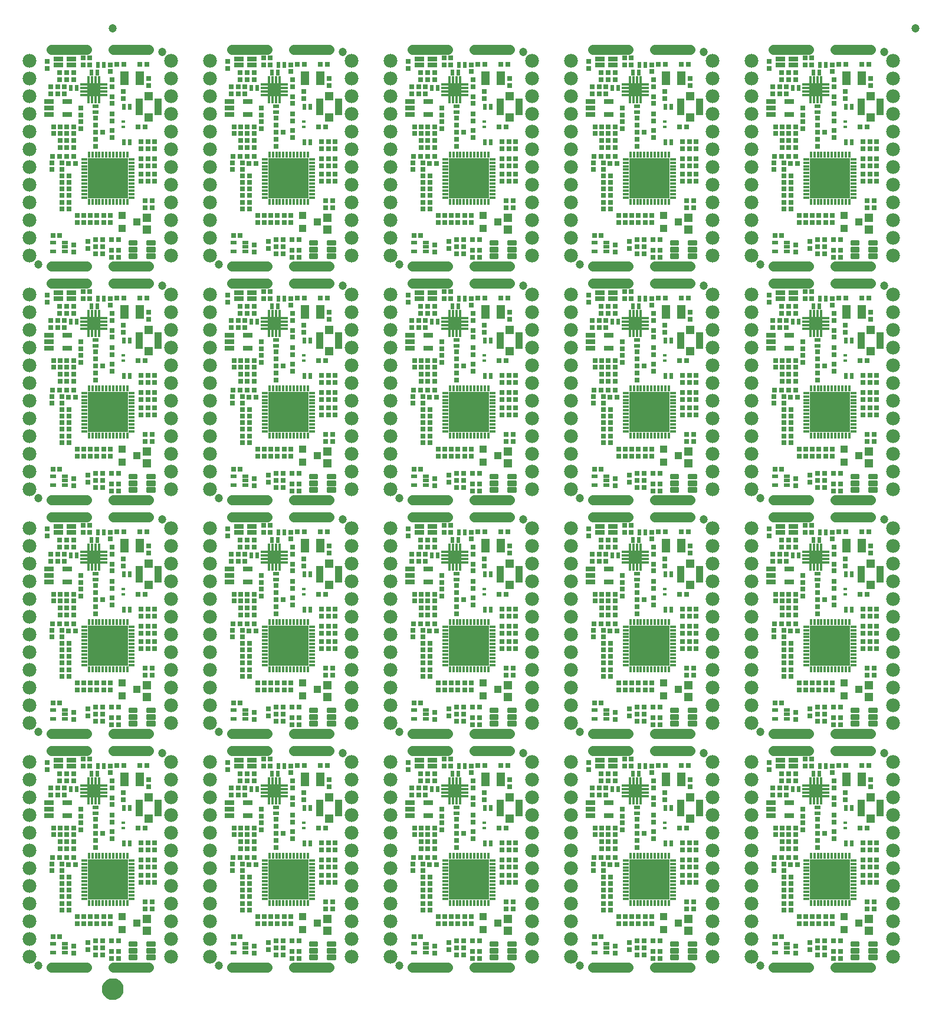
<source format=gts>
G04 EAGLE Gerber RS-274X export*
G75*
%MOMM*%
%FSLAX34Y34*%
%LPD*%
%INSoldermask Top*%
%IPPOS*%
%AMOC8*
5,1,8,0,0,1.08239X$1,22.5*%
G01*
%ADD10C,1.203200*%
%ADD11R,5.803200X5.803200*%
%ADD12R,0.453200X0.903200*%
%ADD13R,0.903200X0.453200*%
%ADD14R,0.453200X1.003200*%
%ADD15R,1.003200X0.453200*%
%ADD16R,1.953200X1.953200*%
%ADD17R,1.153200X0.653200*%
%ADD18R,0.803200X0.803200*%
%ADD19R,1.053200X2.403200*%
%ADD20R,1.203200X1.253200*%
%ADD21R,0.953200X0.603200*%
%ADD22R,0.703200X0.753200*%
%ADD23R,0.863600X0.558800*%
%ADD24R,0.558800X0.863600*%
%ADD25R,0.600000X0.400000*%
%ADD26R,1.353200X0.753200*%
%ADD27R,1.403200X0.753200*%
%ADD28R,1.203200X1.303200*%
%ADD29C,0.385534*%
%ADD30R,1.103200X1.003200*%
%ADD31C,1.981200*%
%ADD32C,1.473200*%
%ADD33C,1.270000*%
%ADD34C,1.703200*%


D10*
X190500Y317500D03*
X12700Y12700D03*
D11*
X113030Y135890D03*
D12*
X85530Y101890D03*
X90530Y101890D03*
X95530Y101890D03*
X100530Y101890D03*
X105530Y101890D03*
X110530Y101890D03*
X115530Y101890D03*
X120530Y101890D03*
X125530Y101890D03*
X130530Y101890D03*
X135530Y101890D03*
X140530Y101890D03*
D13*
X147030Y108390D03*
X147030Y113390D03*
X147030Y118390D03*
X147030Y123390D03*
X147030Y128390D03*
X147030Y133390D03*
X147030Y138390D03*
X147030Y143390D03*
X147030Y148390D03*
X147030Y153390D03*
X147030Y158390D03*
X147030Y163390D03*
D12*
X140530Y169890D03*
X135530Y169890D03*
X130530Y169890D03*
X125530Y169890D03*
X120530Y169890D03*
X115530Y169890D03*
X110530Y169890D03*
X105530Y169890D03*
X100530Y169890D03*
X95530Y169890D03*
X90530Y169890D03*
X85530Y169890D03*
D13*
X79030Y163390D03*
X79030Y158390D03*
X79030Y153390D03*
X79030Y148390D03*
X79030Y143390D03*
X79030Y138390D03*
X79030Y133390D03*
X79030Y128390D03*
X79030Y123390D03*
X79030Y118390D03*
X79030Y113390D03*
X79030Y108390D03*
D14*
X85210Y248390D03*
X90210Y248390D03*
X95210Y248390D03*
X100210Y248390D03*
D15*
X107210Y255390D03*
X107210Y260390D03*
X107210Y265390D03*
X107210Y270390D03*
D14*
X100210Y277390D03*
X95210Y277390D03*
X90210Y277390D03*
X85210Y277390D03*
D15*
X78210Y270390D03*
X78210Y265390D03*
X78210Y260390D03*
X78210Y255390D03*
D16*
X92710Y262890D03*
D17*
X136320Y285900D03*
X136320Y279400D03*
X136320Y272900D03*
X158320Y272900D03*
X158320Y279400D03*
X158320Y285900D03*
D18*
X135810Y299085D03*
X125810Y299085D03*
X135255Y260270D03*
X135255Y250270D03*
X171450Y269320D03*
X171450Y279320D03*
D19*
X157700Y238760D03*
X185200Y238760D03*
D20*
X171450Y254010D03*
X171450Y223510D03*
D18*
X33735Y53975D03*
X43735Y53975D03*
D21*
X50795Y30965D03*
X50795Y37465D03*
X50795Y43965D03*
X34295Y43965D03*
X34295Y30965D03*
D18*
X63500Y30560D03*
X63500Y40560D03*
X176450Y93980D03*
X166450Y93980D03*
X158830Y299085D03*
X168830Y299085D03*
X166290Y209550D03*
X156290Y209550D03*
X179705Y178515D03*
X179705Y188515D03*
X160655Y178515D03*
X160655Y188515D03*
X170180Y178515D03*
X170180Y188515D03*
X179705Y153750D03*
X179705Y163750D03*
X160655Y153750D03*
X160655Y163750D03*
X170180Y153750D03*
X170180Y163750D03*
X68580Y82470D03*
X68580Y72470D03*
X87630Y82470D03*
X87630Y72470D03*
X78105Y82470D03*
X78105Y72470D03*
X97155Y82470D03*
X97155Y72470D03*
X116205Y82470D03*
X116205Y72470D03*
X106680Y82470D03*
X106680Y72470D03*
X47070Y92075D03*
X57070Y92075D03*
X57070Y101600D03*
X47070Y101600D03*
X34925Y200105D03*
X34925Y210105D03*
X44450Y190420D03*
X44450Y180420D03*
X63500Y190420D03*
X63500Y180420D03*
X53975Y190420D03*
X53975Y180420D03*
X57070Y111125D03*
X47070Y111125D03*
X57070Y120650D03*
X47070Y120650D03*
X57070Y139700D03*
X47070Y139700D03*
X57070Y130175D03*
X47070Y130175D03*
D22*
X32370Y158420D03*
X32370Y148920D03*
X46370Y148920D03*
X46370Y158420D03*
D18*
X63420Y167640D03*
X53420Y167640D03*
X33100Y167640D03*
X43100Y167640D03*
X55960Y157480D03*
X65960Y157480D03*
X63500Y200105D03*
X63500Y210105D03*
X53975Y200105D03*
X53975Y210105D03*
X44450Y200105D03*
X44450Y210105D03*
X95250Y181690D03*
X95250Y191690D03*
X95250Y212170D03*
X95250Y222170D03*
X105330Y201930D03*
X95330Y201930D03*
D23*
X95250Y230632D03*
X95250Y239268D03*
D18*
X76915Y308610D03*
X86915Y308610D03*
X86915Y298450D03*
X76915Y298450D03*
X74295Y226775D03*
X74295Y236775D03*
X74295Y207090D03*
X74295Y217090D03*
D24*
X59182Y265430D03*
X67818Y265430D03*
D18*
X50165Y267255D03*
X50165Y257255D03*
X40640Y267255D03*
X40640Y257255D03*
D24*
X89027Y287655D03*
X97663Y287655D03*
X98552Y298450D03*
X107188Y298450D03*
X144018Y187960D03*
X135382Y187960D03*
X144018Y238760D03*
X135382Y238760D03*
D25*
X135255Y209360D03*
X135255Y217360D03*
D18*
X116205Y289005D03*
X116205Y299005D03*
X64135Y287575D03*
X64135Y277575D03*
X53975Y287575D03*
X53975Y277575D03*
X43815Y287575D03*
X43815Y277575D03*
X118745Y243285D03*
X118745Y253285D03*
X118745Y267415D03*
X118745Y277415D03*
X31115Y267255D03*
X31115Y257255D03*
X179705Y142160D03*
X179705Y132160D03*
X160655Y142160D03*
X160655Y132160D03*
X170180Y142160D03*
X170180Y132160D03*
D26*
X41300Y306895D03*
X41300Y298895D03*
X60300Y298895D03*
X60300Y306895D03*
D18*
X176450Y104140D03*
X166450Y104140D03*
D27*
X28274Y246355D03*
X28274Y236855D03*
X28274Y227355D03*
X54276Y227355D03*
X54276Y246355D03*
D18*
X118745Y228520D03*
X118745Y218520D03*
X118745Y194390D03*
X118745Y204390D03*
X128190Y48260D03*
X118190Y48260D03*
D28*
X168910Y62620D03*
X168910Y79620D03*
D18*
X105410Y48180D03*
X105410Y38180D03*
D29*
X143951Y41701D02*
X152629Y41701D01*
X143951Y41701D02*
X143951Y45879D01*
X152629Y45879D01*
X152629Y41701D01*
X152629Y45363D02*
X143951Y45363D01*
X143951Y32201D02*
X152629Y32201D01*
X143951Y32201D02*
X143951Y36379D01*
X152629Y36379D01*
X152629Y32201D01*
X152629Y35863D02*
X143951Y35863D01*
X143951Y22701D02*
X152629Y22701D01*
X143951Y22701D02*
X143951Y26879D01*
X152629Y26879D01*
X152629Y22701D01*
X152629Y26363D02*
X143951Y26363D01*
X169951Y22701D02*
X178629Y22701D01*
X169951Y22701D02*
X169951Y26879D01*
X178629Y26879D01*
X178629Y22701D01*
X178629Y26363D02*
X169951Y26363D01*
X169951Y32201D02*
X178629Y32201D01*
X169951Y32201D02*
X169951Y36379D01*
X178629Y36379D01*
X178629Y32201D01*
X178629Y35863D02*
X169951Y35863D01*
X169951Y41701D02*
X178629Y41701D01*
X169951Y41701D02*
X169951Y45879D01*
X178629Y45879D01*
X178629Y41701D01*
X178629Y45363D02*
X169951Y45363D01*
D30*
X133510Y83160D03*
X133510Y64160D03*
X154510Y73660D03*
D18*
X105330Y27940D03*
X95330Y27940D03*
X118110Y32940D03*
X118110Y22940D03*
X128270Y22940D03*
X128270Y32940D03*
X83820Y45640D03*
X83820Y35640D03*
X95250Y48180D03*
X95250Y38180D03*
X25400Y293450D03*
X25400Y303450D03*
D31*
X0Y279400D03*
X0Y254000D03*
X0Y228600D03*
X0Y304800D03*
X0Y203200D03*
X0Y177800D03*
X0Y152400D03*
X0Y127000D03*
X0Y101600D03*
X0Y76200D03*
X0Y50800D03*
X0Y25400D03*
X203200Y25400D03*
X203200Y50800D03*
X203200Y76200D03*
X203200Y101600D03*
X203200Y127000D03*
X203200Y152400D03*
X203200Y177800D03*
X203200Y203200D03*
X203200Y228600D03*
X203200Y254000D03*
X203200Y279400D03*
X203200Y304800D03*
D32*
X82550Y9525D02*
X31750Y9525D01*
X120650Y9525D02*
X171450Y9525D01*
X171450Y320675D02*
X120650Y320675D01*
X82550Y320675D02*
X31750Y320675D01*
D10*
X449580Y317500D03*
X271780Y12700D03*
D11*
X372110Y135890D03*
D12*
X344610Y101890D03*
X349610Y101890D03*
X354610Y101890D03*
X359610Y101890D03*
X364610Y101890D03*
X369610Y101890D03*
X374610Y101890D03*
X379610Y101890D03*
X384610Y101890D03*
X389610Y101890D03*
X394610Y101890D03*
X399610Y101890D03*
D13*
X406110Y108390D03*
X406110Y113390D03*
X406110Y118390D03*
X406110Y123390D03*
X406110Y128390D03*
X406110Y133390D03*
X406110Y138390D03*
X406110Y143390D03*
X406110Y148390D03*
X406110Y153390D03*
X406110Y158390D03*
X406110Y163390D03*
D12*
X399610Y169890D03*
X394610Y169890D03*
X389610Y169890D03*
X384610Y169890D03*
X379610Y169890D03*
X374610Y169890D03*
X369610Y169890D03*
X364610Y169890D03*
X359610Y169890D03*
X354610Y169890D03*
X349610Y169890D03*
X344610Y169890D03*
D13*
X338110Y163390D03*
X338110Y158390D03*
X338110Y153390D03*
X338110Y148390D03*
X338110Y143390D03*
X338110Y138390D03*
X338110Y133390D03*
X338110Y128390D03*
X338110Y123390D03*
X338110Y118390D03*
X338110Y113390D03*
X338110Y108390D03*
D14*
X344290Y248390D03*
X349290Y248390D03*
X354290Y248390D03*
X359290Y248390D03*
D15*
X366290Y255390D03*
X366290Y260390D03*
X366290Y265390D03*
X366290Y270390D03*
D14*
X359290Y277390D03*
X354290Y277390D03*
X349290Y277390D03*
X344290Y277390D03*
D15*
X337290Y270390D03*
X337290Y265390D03*
X337290Y260390D03*
X337290Y255390D03*
D16*
X351790Y262890D03*
D17*
X395400Y285900D03*
X395400Y279400D03*
X395400Y272900D03*
X417400Y272900D03*
X417400Y279400D03*
X417400Y285900D03*
D18*
X394890Y299085D03*
X384890Y299085D03*
X394335Y260270D03*
X394335Y250270D03*
X430530Y269320D03*
X430530Y279320D03*
D19*
X416780Y238760D03*
X444280Y238760D03*
D20*
X430530Y254010D03*
X430530Y223510D03*
D18*
X292815Y53975D03*
X302815Y53975D03*
D21*
X309875Y30965D03*
X309875Y37465D03*
X309875Y43965D03*
X293375Y43965D03*
X293375Y30965D03*
D18*
X322580Y30560D03*
X322580Y40560D03*
X435530Y93980D03*
X425530Y93980D03*
X417910Y299085D03*
X427910Y299085D03*
X425370Y209550D03*
X415370Y209550D03*
X438785Y178515D03*
X438785Y188515D03*
X419735Y178515D03*
X419735Y188515D03*
X429260Y178515D03*
X429260Y188515D03*
X438785Y153750D03*
X438785Y163750D03*
X419735Y153750D03*
X419735Y163750D03*
X429260Y153750D03*
X429260Y163750D03*
X327660Y82470D03*
X327660Y72470D03*
X346710Y82470D03*
X346710Y72470D03*
X337185Y82470D03*
X337185Y72470D03*
X356235Y82470D03*
X356235Y72470D03*
X375285Y82470D03*
X375285Y72470D03*
X365760Y82470D03*
X365760Y72470D03*
X306150Y92075D03*
X316150Y92075D03*
X316150Y101600D03*
X306150Y101600D03*
X294005Y200105D03*
X294005Y210105D03*
X303530Y190420D03*
X303530Y180420D03*
X322580Y190420D03*
X322580Y180420D03*
X313055Y190420D03*
X313055Y180420D03*
X316150Y111125D03*
X306150Y111125D03*
X316150Y120650D03*
X306150Y120650D03*
X316150Y139700D03*
X306150Y139700D03*
X316150Y130175D03*
X306150Y130175D03*
D22*
X291450Y158420D03*
X291450Y148920D03*
X305450Y148920D03*
X305450Y158420D03*
D18*
X322500Y167640D03*
X312500Y167640D03*
X292180Y167640D03*
X302180Y167640D03*
X315040Y157480D03*
X325040Y157480D03*
X322580Y200105D03*
X322580Y210105D03*
X313055Y200105D03*
X313055Y210105D03*
X303530Y200105D03*
X303530Y210105D03*
X354330Y181690D03*
X354330Y191690D03*
X354330Y212170D03*
X354330Y222170D03*
X364410Y201930D03*
X354410Y201930D03*
D23*
X354330Y230632D03*
X354330Y239268D03*
D18*
X335995Y308610D03*
X345995Y308610D03*
X345995Y298450D03*
X335995Y298450D03*
X333375Y226775D03*
X333375Y236775D03*
X333375Y207090D03*
X333375Y217090D03*
D24*
X318262Y265430D03*
X326898Y265430D03*
D18*
X309245Y267255D03*
X309245Y257255D03*
X299720Y267255D03*
X299720Y257255D03*
D24*
X348107Y287655D03*
X356743Y287655D03*
X357632Y298450D03*
X366268Y298450D03*
X403098Y187960D03*
X394462Y187960D03*
X403098Y238760D03*
X394462Y238760D03*
D25*
X394335Y209360D03*
X394335Y217360D03*
D18*
X375285Y289005D03*
X375285Y299005D03*
X323215Y287575D03*
X323215Y277575D03*
X313055Y287575D03*
X313055Y277575D03*
X302895Y287575D03*
X302895Y277575D03*
X377825Y243285D03*
X377825Y253285D03*
X377825Y267415D03*
X377825Y277415D03*
X290195Y267255D03*
X290195Y257255D03*
X438785Y142160D03*
X438785Y132160D03*
X419735Y142160D03*
X419735Y132160D03*
X429260Y142160D03*
X429260Y132160D03*
D26*
X300380Y306895D03*
X300380Y298895D03*
X319380Y298895D03*
X319380Y306895D03*
D18*
X435530Y104140D03*
X425530Y104140D03*
D27*
X287354Y246355D03*
X287354Y236855D03*
X287354Y227355D03*
X313356Y227355D03*
X313356Y246355D03*
D18*
X377825Y228520D03*
X377825Y218520D03*
X377825Y194390D03*
X377825Y204390D03*
X387270Y48260D03*
X377270Y48260D03*
D28*
X427990Y62620D03*
X427990Y79620D03*
D18*
X364490Y48180D03*
X364490Y38180D03*
D29*
X403031Y41701D02*
X411709Y41701D01*
X403031Y41701D02*
X403031Y45879D01*
X411709Y45879D01*
X411709Y41701D01*
X411709Y45363D02*
X403031Y45363D01*
X403031Y32201D02*
X411709Y32201D01*
X403031Y32201D02*
X403031Y36379D01*
X411709Y36379D01*
X411709Y32201D01*
X411709Y35863D02*
X403031Y35863D01*
X403031Y22701D02*
X411709Y22701D01*
X403031Y22701D02*
X403031Y26879D01*
X411709Y26879D01*
X411709Y22701D01*
X411709Y26363D02*
X403031Y26363D01*
X429031Y22701D02*
X437709Y22701D01*
X429031Y22701D02*
X429031Y26879D01*
X437709Y26879D01*
X437709Y22701D01*
X437709Y26363D02*
X429031Y26363D01*
X429031Y32201D02*
X437709Y32201D01*
X429031Y32201D02*
X429031Y36379D01*
X437709Y36379D01*
X437709Y32201D01*
X437709Y35863D02*
X429031Y35863D01*
X429031Y41701D02*
X437709Y41701D01*
X429031Y41701D02*
X429031Y45879D01*
X437709Y45879D01*
X437709Y41701D01*
X437709Y45363D02*
X429031Y45363D01*
D30*
X392590Y83160D03*
X392590Y64160D03*
X413590Y73660D03*
D18*
X364410Y27940D03*
X354410Y27940D03*
X377190Y32940D03*
X377190Y22940D03*
X387350Y22940D03*
X387350Y32940D03*
X342900Y45640D03*
X342900Y35640D03*
X354330Y48180D03*
X354330Y38180D03*
X284480Y293450D03*
X284480Y303450D03*
D31*
X259080Y279400D03*
X259080Y254000D03*
X259080Y228600D03*
X259080Y304800D03*
X259080Y203200D03*
X259080Y177800D03*
X259080Y152400D03*
X259080Y127000D03*
X259080Y101600D03*
X259080Y76200D03*
X259080Y50800D03*
X259080Y25400D03*
X462280Y25400D03*
X462280Y50800D03*
X462280Y76200D03*
X462280Y101600D03*
X462280Y127000D03*
X462280Y152400D03*
X462280Y177800D03*
X462280Y203200D03*
X462280Y228600D03*
X462280Y254000D03*
X462280Y279400D03*
X462280Y304800D03*
D32*
X341630Y9525D02*
X290830Y9525D01*
X379730Y9525D02*
X430530Y9525D01*
X430530Y320675D02*
X379730Y320675D01*
X341630Y320675D02*
X290830Y320675D01*
D10*
X708660Y317500D03*
X530860Y12700D03*
D11*
X631190Y135890D03*
D12*
X603690Y101890D03*
X608690Y101890D03*
X613690Y101890D03*
X618690Y101890D03*
X623690Y101890D03*
X628690Y101890D03*
X633690Y101890D03*
X638690Y101890D03*
X643690Y101890D03*
X648690Y101890D03*
X653690Y101890D03*
X658690Y101890D03*
D13*
X665190Y108390D03*
X665190Y113390D03*
X665190Y118390D03*
X665190Y123390D03*
X665190Y128390D03*
X665190Y133390D03*
X665190Y138390D03*
X665190Y143390D03*
X665190Y148390D03*
X665190Y153390D03*
X665190Y158390D03*
X665190Y163390D03*
D12*
X658690Y169890D03*
X653690Y169890D03*
X648690Y169890D03*
X643690Y169890D03*
X638690Y169890D03*
X633690Y169890D03*
X628690Y169890D03*
X623690Y169890D03*
X618690Y169890D03*
X613690Y169890D03*
X608690Y169890D03*
X603690Y169890D03*
D13*
X597190Y163390D03*
X597190Y158390D03*
X597190Y153390D03*
X597190Y148390D03*
X597190Y143390D03*
X597190Y138390D03*
X597190Y133390D03*
X597190Y128390D03*
X597190Y123390D03*
X597190Y118390D03*
X597190Y113390D03*
X597190Y108390D03*
D14*
X603370Y248390D03*
X608370Y248390D03*
X613370Y248390D03*
X618370Y248390D03*
D15*
X625370Y255390D03*
X625370Y260390D03*
X625370Y265390D03*
X625370Y270390D03*
D14*
X618370Y277390D03*
X613370Y277390D03*
X608370Y277390D03*
X603370Y277390D03*
D15*
X596370Y270390D03*
X596370Y265390D03*
X596370Y260390D03*
X596370Y255390D03*
D16*
X610870Y262890D03*
D17*
X654480Y285900D03*
X654480Y279400D03*
X654480Y272900D03*
X676480Y272900D03*
X676480Y279400D03*
X676480Y285900D03*
D18*
X653970Y299085D03*
X643970Y299085D03*
X653415Y260270D03*
X653415Y250270D03*
X689610Y269320D03*
X689610Y279320D03*
D19*
X675860Y238760D03*
X703360Y238760D03*
D20*
X689610Y254010D03*
X689610Y223510D03*
D18*
X551895Y53975D03*
X561895Y53975D03*
D21*
X568955Y30965D03*
X568955Y37465D03*
X568955Y43965D03*
X552455Y43965D03*
X552455Y30965D03*
D18*
X581660Y30560D03*
X581660Y40560D03*
X694610Y93980D03*
X684610Y93980D03*
X676990Y299085D03*
X686990Y299085D03*
X684450Y209550D03*
X674450Y209550D03*
X697865Y178515D03*
X697865Y188515D03*
X678815Y178515D03*
X678815Y188515D03*
X688340Y178515D03*
X688340Y188515D03*
X697865Y153750D03*
X697865Y163750D03*
X678815Y153750D03*
X678815Y163750D03*
X688340Y153750D03*
X688340Y163750D03*
X586740Y82470D03*
X586740Y72470D03*
X605790Y82470D03*
X605790Y72470D03*
X596265Y82470D03*
X596265Y72470D03*
X615315Y82470D03*
X615315Y72470D03*
X634365Y82470D03*
X634365Y72470D03*
X624840Y82470D03*
X624840Y72470D03*
X565230Y92075D03*
X575230Y92075D03*
X575230Y101600D03*
X565230Y101600D03*
X553085Y200105D03*
X553085Y210105D03*
X562610Y190420D03*
X562610Y180420D03*
X581660Y190420D03*
X581660Y180420D03*
X572135Y190420D03*
X572135Y180420D03*
X575230Y111125D03*
X565230Y111125D03*
X575230Y120650D03*
X565230Y120650D03*
X575230Y139700D03*
X565230Y139700D03*
X575230Y130175D03*
X565230Y130175D03*
D22*
X550530Y158420D03*
X550530Y148920D03*
X564530Y148920D03*
X564530Y158420D03*
D18*
X581580Y167640D03*
X571580Y167640D03*
X551260Y167640D03*
X561260Y167640D03*
X574120Y157480D03*
X584120Y157480D03*
X581660Y200105D03*
X581660Y210105D03*
X572135Y200105D03*
X572135Y210105D03*
X562610Y200105D03*
X562610Y210105D03*
X613410Y181690D03*
X613410Y191690D03*
X613410Y212170D03*
X613410Y222170D03*
X623490Y201930D03*
X613490Y201930D03*
D23*
X613410Y230632D03*
X613410Y239268D03*
D18*
X595075Y308610D03*
X605075Y308610D03*
X605075Y298450D03*
X595075Y298450D03*
X592455Y226775D03*
X592455Y236775D03*
X592455Y207090D03*
X592455Y217090D03*
D24*
X577342Y265430D03*
X585978Y265430D03*
D18*
X568325Y267255D03*
X568325Y257255D03*
X558800Y267255D03*
X558800Y257255D03*
D24*
X607187Y287655D03*
X615823Y287655D03*
X616712Y298450D03*
X625348Y298450D03*
X662178Y187960D03*
X653542Y187960D03*
X662178Y238760D03*
X653542Y238760D03*
D25*
X653415Y209360D03*
X653415Y217360D03*
D18*
X634365Y289005D03*
X634365Y299005D03*
X582295Y287575D03*
X582295Y277575D03*
X572135Y287575D03*
X572135Y277575D03*
X561975Y287575D03*
X561975Y277575D03*
X636905Y243285D03*
X636905Y253285D03*
X636905Y267415D03*
X636905Y277415D03*
X549275Y267255D03*
X549275Y257255D03*
X697865Y142160D03*
X697865Y132160D03*
X678815Y142160D03*
X678815Y132160D03*
X688340Y142160D03*
X688340Y132160D03*
D26*
X559460Y306895D03*
X559460Y298895D03*
X578460Y298895D03*
X578460Y306895D03*
D18*
X694610Y104140D03*
X684610Y104140D03*
D27*
X546434Y246355D03*
X546434Y236855D03*
X546434Y227355D03*
X572436Y227355D03*
X572436Y246355D03*
D18*
X636905Y228520D03*
X636905Y218520D03*
X636905Y194390D03*
X636905Y204390D03*
X646350Y48260D03*
X636350Y48260D03*
D28*
X687070Y62620D03*
X687070Y79620D03*
D18*
X623570Y48180D03*
X623570Y38180D03*
D29*
X662111Y41701D02*
X670789Y41701D01*
X662111Y41701D02*
X662111Y45879D01*
X670789Y45879D01*
X670789Y41701D01*
X670789Y45363D02*
X662111Y45363D01*
X662111Y32201D02*
X670789Y32201D01*
X662111Y32201D02*
X662111Y36379D01*
X670789Y36379D01*
X670789Y32201D01*
X670789Y35863D02*
X662111Y35863D01*
X662111Y22701D02*
X670789Y22701D01*
X662111Y22701D02*
X662111Y26879D01*
X670789Y26879D01*
X670789Y22701D01*
X670789Y26363D02*
X662111Y26363D01*
X688111Y22701D02*
X696789Y22701D01*
X688111Y22701D02*
X688111Y26879D01*
X696789Y26879D01*
X696789Y22701D01*
X696789Y26363D02*
X688111Y26363D01*
X688111Y32201D02*
X696789Y32201D01*
X688111Y32201D02*
X688111Y36379D01*
X696789Y36379D01*
X696789Y32201D01*
X696789Y35863D02*
X688111Y35863D01*
X688111Y41701D02*
X696789Y41701D01*
X688111Y41701D02*
X688111Y45879D01*
X696789Y45879D01*
X696789Y41701D01*
X696789Y45363D02*
X688111Y45363D01*
D30*
X651670Y83160D03*
X651670Y64160D03*
X672670Y73660D03*
D18*
X623490Y27940D03*
X613490Y27940D03*
X636270Y32940D03*
X636270Y22940D03*
X646430Y22940D03*
X646430Y32940D03*
X601980Y45640D03*
X601980Y35640D03*
X613410Y48180D03*
X613410Y38180D03*
X543560Y293450D03*
X543560Y303450D03*
D31*
X518160Y279400D03*
X518160Y254000D03*
X518160Y228600D03*
X518160Y304800D03*
X518160Y203200D03*
X518160Y177800D03*
X518160Y152400D03*
X518160Y127000D03*
X518160Y101600D03*
X518160Y76200D03*
X518160Y50800D03*
X518160Y25400D03*
X721360Y25400D03*
X721360Y50800D03*
X721360Y76200D03*
X721360Y101600D03*
X721360Y127000D03*
X721360Y152400D03*
X721360Y177800D03*
X721360Y203200D03*
X721360Y228600D03*
X721360Y254000D03*
X721360Y279400D03*
X721360Y304800D03*
D32*
X600710Y9525D02*
X549910Y9525D01*
X638810Y9525D02*
X689610Y9525D01*
X689610Y320675D02*
X638810Y320675D01*
X600710Y320675D02*
X549910Y320675D01*
D10*
X967740Y317500D03*
X789940Y12700D03*
D11*
X890270Y135890D03*
D12*
X862770Y101890D03*
X867770Y101890D03*
X872770Y101890D03*
X877770Y101890D03*
X882770Y101890D03*
X887770Y101890D03*
X892770Y101890D03*
X897770Y101890D03*
X902770Y101890D03*
X907770Y101890D03*
X912770Y101890D03*
X917770Y101890D03*
D13*
X924270Y108390D03*
X924270Y113390D03*
X924270Y118390D03*
X924270Y123390D03*
X924270Y128390D03*
X924270Y133390D03*
X924270Y138390D03*
X924270Y143390D03*
X924270Y148390D03*
X924270Y153390D03*
X924270Y158390D03*
X924270Y163390D03*
D12*
X917770Y169890D03*
X912770Y169890D03*
X907770Y169890D03*
X902770Y169890D03*
X897770Y169890D03*
X892770Y169890D03*
X887770Y169890D03*
X882770Y169890D03*
X877770Y169890D03*
X872770Y169890D03*
X867770Y169890D03*
X862770Y169890D03*
D13*
X856270Y163390D03*
X856270Y158390D03*
X856270Y153390D03*
X856270Y148390D03*
X856270Y143390D03*
X856270Y138390D03*
X856270Y133390D03*
X856270Y128390D03*
X856270Y123390D03*
X856270Y118390D03*
X856270Y113390D03*
X856270Y108390D03*
D14*
X862450Y248390D03*
X867450Y248390D03*
X872450Y248390D03*
X877450Y248390D03*
D15*
X884450Y255390D03*
X884450Y260390D03*
X884450Y265390D03*
X884450Y270390D03*
D14*
X877450Y277390D03*
X872450Y277390D03*
X867450Y277390D03*
X862450Y277390D03*
D15*
X855450Y270390D03*
X855450Y265390D03*
X855450Y260390D03*
X855450Y255390D03*
D16*
X869950Y262890D03*
D17*
X913560Y285900D03*
X913560Y279400D03*
X913560Y272900D03*
X935560Y272900D03*
X935560Y279400D03*
X935560Y285900D03*
D18*
X913050Y299085D03*
X903050Y299085D03*
X912495Y260270D03*
X912495Y250270D03*
X948690Y269320D03*
X948690Y279320D03*
D19*
X934940Y238760D03*
X962440Y238760D03*
D20*
X948690Y254010D03*
X948690Y223510D03*
D18*
X810975Y53975D03*
X820975Y53975D03*
D21*
X828035Y30965D03*
X828035Y37465D03*
X828035Y43965D03*
X811535Y43965D03*
X811535Y30965D03*
D18*
X840740Y30560D03*
X840740Y40560D03*
X953690Y93980D03*
X943690Y93980D03*
X936070Y299085D03*
X946070Y299085D03*
X943530Y209550D03*
X933530Y209550D03*
X956945Y178515D03*
X956945Y188515D03*
X937895Y178515D03*
X937895Y188515D03*
X947420Y178515D03*
X947420Y188515D03*
X956945Y153750D03*
X956945Y163750D03*
X937895Y153750D03*
X937895Y163750D03*
X947420Y153750D03*
X947420Y163750D03*
X845820Y82470D03*
X845820Y72470D03*
X864870Y82470D03*
X864870Y72470D03*
X855345Y82470D03*
X855345Y72470D03*
X874395Y82470D03*
X874395Y72470D03*
X893445Y82470D03*
X893445Y72470D03*
X883920Y82470D03*
X883920Y72470D03*
X824310Y92075D03*
X834310Y92075D03*
X834310Y101600D03*
X824310Y101600D03*
X812165Y200105D03*
X812165Y210105D03*
X821690Y190420D03*
X821690Y180420D03*
X840740Y190420D03*
X840740Y180420D03*
X831215Y190420D03*
X831215Y180420D03*
X834310Y111125D03*
X824310Y111125D03*
X834310Y120650D03*
X824310Y120650D03*
X834310Y139700D03*
X824310Y139700D03*
X834310Y130175D03*
X824310Y130175D03*
D22*
X809610Y158420D03*
X809610Y148920D03*
X823610Y148920D03*
X823610Y158420D03*
D18*
X840660Y167640D03*
X830660Y167640D03*
X810340Y167640D03*
X820340Y167640D03*
X833200Y157480D03*
X843200Y157480D03*
X840740Y200105D03*
X840740Y210105D03*
X831215Y200105D03*
X831215Y210105D03*
X821690Y200105D03*
X821690Y210105D03*
X872490Y181690D03*
X872490Y191690D03*
X872490Y212170D03*
X872490Y222170D03*
X882570Y201930D03*
X872570Y201930D03*
D23*
X872490Y230632D03*
X872490Y239268D03*
D18*
X854155Y308610D03*
X864155Y308610D03*
X864155Y298450D03*
X854155Y298450D03*
X851535Y226775D03*
X851535Y236775D03*
X851535Y207090D03*
X851535Y217090D03*
D24*
X836422Y265430D03*
X845058Y265430D03*
D18*
X827405Y267255D03*
X827405Y257255D03*
X817880Y267255D03*
X817880Y257255D03*
D24*
X866267Y287655D03*
X874903Y287655D03*
X875792Y298450D03*
X884428Y298450D03*
X921258Y187960D03*
X912622Y187960D03*
X921258Y238760D03*
X912622Y238760D03*
D25*
X912495Y209360D03*
X912495Y217360D03*
D18*
X893445Y289005D03*
X893445Y299005D03*
X841375Y287575D03*
X841375Y277575D03*
X831215Y287575D03*
X831215Y277575D03*
X821055Y287575D03*
X821055Y277575D03*
X895985Y243285D03*
X895985Y253285D03*
X895985Y267415D03*
X895985Y277415D03*
X808355Y267255D03*
X808355Y257255D03*
X956945Y142160D03*
X956945Y132160D03*
X937895Y142160D03*
X937895Y132160D03*
X947420Y142160D03*
X947420Y132160D03*
D26*
X818540Y306895D03*
X818540Y298895D03*
X837540Y298895D03*
X837540Y306895D03*
D18*
X953690Y104140D03*
X943690Y104140D03*
D27*
X805514Y246355D03*
X805514Y236855D03*
X805514Y227355D03*
X831516Y227355D03*
X831516Y246355D03*
D18*
X895985Y228520D03*
X895985Y218520D03*
X895985Y194390D03*
X895985Y204390D03*
X905430Y48260D03*
X895430Y48260D03*
D28*
X946150Y62620D03*
X946150Y79620D03*
D18*
X882650Y48180D03*
X882650Y38180D03*
D29*
X921191Y41701D02*
X929869Y41701D01*
X921191Y41701D02*
X921191Y45879D01*
X929869Y45879D01*
X929869Y41701D01*
X929869Y45363D02*
X921191Y45363D01*
X921191Y32201D02*
X929869Y32201D01*
X921191Y32201D02*
X921191Y36379D01*
X929869Y36379D01*
X929869Y32201D01*
X929869Y35863D02*
X921191Y35863D01*
X921191Y22701D02*
X929869Y22701D01*
X921191Y22701D02*
X921191Y26879D01*
X929869Y26879D01*
X929869Y22701D01*
X929869Y26363D02*
X921191Y26363D01*
X947191Y22701D02*
X955869Y22701D01*
X947191Y22701D02*
X947191Y26879D01*
X955869Y26879D01*
X955869Y22701D01*
X955869Y26363D02*
X947191Y26363D01*
X947191Y32201D02*
X955869Y32201D01*
X947191Y32201D02*
X947191Y36379D01*
X955869Y36379D01*
X955869Y32201D01*
X955869Y35863D02*
X947191Y35863D01*
X947191Y41701D02*
X955869Y41701D01*
X947191Y41701D02*
X947191Y45879D01*
X955869Y45879D01*
X955869Y41701D01*
X955869Y45363D02*
X947191Y45363D01*
D30*
X910750Y83160D03*
X910750Y64160D03*
X931750Y73660D03*
D18*
X882570Y27940D03*
X872570Y27940D03*
X895350Y32940D03*
X895350Y22940D03*
X905510Y22940D03*
X905510Y32940D03*
X861060Y45640D03*
X861060Y35640D03*
X872490Y48180D03*
X872490Y38180D03*
X802640Y293450D03*
X802640Y303450D03*
D31*
X777240Y279400D03*
X777240Y254000D03*
X777240Y228600D03*
X777240Y304800D03*
X777240Y203200D03*
X777240Y177800D03*
X777240Y152400D03*
X777240Y127000D03*
X777240Y101600D03*
X777240Y76200D03*
X777240Y50800D03*
X777240Y25400D03*
X980440Y25400D03*
X980440Y50800D03*
X980440Y76200D03*
X980440Y101600D03*
X980440Y127000D03*
X980440Y152400D03*
X980440Y177800D03*
X980440Y203200D03*
X980440Y228600D03*
X980440Y254000D03*
X980440Y279400D03*
X980440Y304800D03*
D32*
X859790Y9525D02*
X808990Y9525D01*
X897890Y9525D02*
X948690Y9525D01*
X948690Y320675D02*
X897890Y320675D01*
X859790Y320675D02*
X808990Y320675D01*
D10*
X1226820Y317500D03*
X1049020Y12700D03*
D11*
X1149350Y135890D03*
D12*
X1121850Y101890D03*
X1126850Y101890D03*
X1131850Y101890D03*
X1136850Y101890D03*
X1141850Y101890D03*
X1146850Y101890D03*
X1151850Y101890D03*
X1156850Y101890D03*
X1161850Y101890D03*
X1166850Y101890D03*
X1171850Y101890D03*
X1176850Y101890D03*
D13*
X1183350Y108390D03*
X1183350Y113390D03*
X1183350Y118390D03*
X1183350Y123390D03*
X1183350Y128390D03*
X1183350Y133390D03*
X1183350Y138390D03*
X1183350Y143390D03*
X1183350Y148390D03*
X1183350Y153390D03*
X1183350Y158390D03*
X1183350Y163390D03*
D12*
X1176850Y169890D03*
X1171850Y169890D03*
X1166850Y169890D03*
X1161850Y169890D03*
X1156850Y169890D03*
X1151850Y169890D03*
X1146850Y169890D03*
X1141850Y169890D03*
X1136850Y169890D03*
X1131850Y169890D03*
X1126850Y169890D03*
X1121850Y169890D03*
D13*
X1115350Y163390D03*
X1115350Y158390D03*
X1115350Y153390D03*
X1115350Y148390D03*
X1115350Y143390D03*
X1115350Y138390D03*
X1115350Y133390D03*
X1115350Y128390D03*
X1115350Y123390D03*
X1115350Y118390D03*
X1115350Y113390D03*
X1115350Y108390D03*
D14*
X1121530Y248390D03*
X1126530Y248390D03*
X1131530Y248390D03*
X1136530Y248390D03*
D15*
X1143530Y255390D03*
X1143530Y260390D03*
X1143530Y265390D03*
X1143530Y270390D03*
D14*
X1136530Y277390D03*
X1131530Y277390D03*
X1126530Y277390D03*
X1121530Y277390D03*
D15*
X1114530Y270390D03*
X1114530Y265390D03*
X1114530Y260390D03*
X1114530Y255390D03*
D16*
X1129030Y262890D03*
D17*
X1172640Y285900D03*
X1172640Y279400D03*
X1172640Y272900D03*
X1194640Y272900D03*
X1194640Y279400D03*
X1194640Y285900D03*
D18*
X1172130Y299085D03*
X1162130Y299085D03*
X1171575Y260270D03*
X1171575Y250270D03*
X1207770Y269320D03*
X1207770Y279320D03*
D19*
X1194020Y238760D03*
X1221520Y238760D03*
D20*
X1207770Y254010D03*
X1207770Y223510D03*
D18*
X1070055Y53975D03*
X1080055Y53975D03*
D21*
X1087115Y30965D03*
X1087115Y37465D03*
X1087115Y43965D03*
X1070615Y43965D03*
X1070615Y30965D03*
D18*
X1099820Y30560D03*
X1099820Y40560D03*
X1212770Y93980D03*
X1202770Y93980D03*
X1195150Y299085D03*
X1205150Y299085D03*
X1202610Y209550D03*
X1192610Y209550D03*
X1216025Y178515D03*
X1216025Y188515D03*
X1196975Y178515D03*
X1196975Y188515D03*
X1206500Y178515D03*
X1206500Y188515D03*
X1216025Y153750D03*
X1216025Y163750D03*
X1196975Y153750D03*
X1196975Y163750D03*
X1206500Y153750D03*
X1206500Y163750D03*
X1104900Y82470D03*
X1104900Y72470D03*
X1123950Y82470D03*
X1123950Y72470D03*
X1114425Y82470D03*
X1114425Y72470D03*
X1133475Y82470D03*
X1133475Y72470D03*
X1152525Y82470D03*
X1152525Y72470D03*
X1143000Y82470D03*
X1143000Y72470D03*
X1083390Y92075D03*
X1093390Y92075D03*
X1093390Y101600D03*
X1083390Y101600D03*
X1071245Y200105D03*
X1071245Y210105D03*
X1080770Y190420D03*
X1080770Y180420D03*
X1099820Y190420D03*
X1099820Y180420D03*
X1090295Y190420D03*
X1090295Y180420D03*
X1093390Y111125D03*
X1083390Y111125D03*
X1093390Y120650D03*
X1083390Y120650D03*
X1093390Y139700D03*
X1083390Y139700D03*
X1093390Y130175D03*
X1083390Y130175D03*
D22*
X1068690Y158420D03*
X1068690Y148920D03*
X1082690Y148920D03*
X1082690Y158420D03*
D18*
X1099740Y167640D03*
X1089740Y167640D03*
X1069420Y167640D03*
X1079420Y167640D03*
X1092280Y157480D03*
X1102280Y157480D03*
X1099820Y200105D03*
X1099820Y210105D03*
X1090295Y200105D03*
X1090295Y210105D03*
X1080770Y200105D03*
X1080770Y210105D03*
X1131570Y181690D03*
X1131570Y191690D03*
X1131570Y212170D03*
X1131570Y222170D03*
X1141650Y201930D03*
X1131650Y201930D03*
D23*
X1131570Y230632D03*
X1131570Y239268D03*
D18*
X1113235Y308610D03*
X1123235Y308610D03*
X1123235Y298450D03*
X1113235Y298450D03*
X1110615Y226775D03*
X1110615Y236775D03*
X1110615Y207090D03*
X1110615Y217090D03*
D24*
X1095502Y265430D03*
X1104138Y265430D03*
D18*
X1086485Y267255D03*
X1086485Y257255D03*
X1076960Y267255D03*
X1076960Y257255D03*
D24*
X1125347Y287655D03*
X1133983Y287655D03*
X1134872Y298450D03*
X1143508Y298450D03*
X1180338Y187960D03*
X1171702Y187960D03*
X1180338Y238760D03*
X1171702Y238760D03*
D25*
X1171575Y209360D03*
X1171575Y217360D03*
D18*
X1152525Y289005D03*
X1152525Y299005D03*
X1100455Y287575D03*
X1100455Y277575D03*
X1090295Y287575D03*
X1090295Y277575D03*
X1080135Y287575D03*
X1080135Y277575D03*
X1155065Y243285D03*
X1155065Y253285D03*
X1155065Y267415D03*
X1155065Y277415D03*
X1067435Y267255D03*
X1067435Y257255D03*
X1216025Y142160D03*
X1216025Y132160D03*
X1196975Y142160D03*
X1196975Y132160D03*
X1206500Y142160D03*
X1206500Y132160D03*
D26*
X1077620Y306895D03*
X1077620Y298895D03*
X1096620Y298895D03*
X1096620Y306895D03*
D18*
X1212770Y104140D03*
X1202770Y104140D03*
D27*
X1064594Y246355D03*
X1064594Y236855D03*
X1064594Y227355D03*
X1090596Y227355D03*
X1090596Y246355D03*
D18*
X1155065Y228520D03*
X1155065Y218520D03*
X1155065Y194390D03*
X1155065Y204390D03*
X1164510Y48260D03*
X1154510Y48260D03*
D28*
X1205230Y62620D03*
X1205230Y79620D03*
D18*
X1141730Y48180D03*
X1141730Y38180D03*
D29*
X1180271Y41701D02*
X1188949Y41701D01*
X1180271Y41701D02*
X1180271Y45879D01*
X1188949Y45879D01*
X1188949Y41701D01*
X1188949Y45363D02*
X1180271Y45363D01*
X1180271Y32201D02*
X1188949Y32201D01*
X1180271Y32201D02*
X1180271Y36379D01*
X1188949Y36379D01*
X1188949Y32201D01*
X1188949Y35863D02*
X1180271Y35863D01*
X1180271Y22701D02*
X1188949Y22701D01*
X1180271Y22701D02*
X1180271Y26879D01*
X1188949Y26879D01*
X1188949Y22701D01*
X1188949Y26363D02*
X1180271Y26363D01*
X1206271Y22701D02*
X1214949Y22701D01*
X1206271Y22701D02*
X1206271Y26879D01*
X1214949Y26879D01*
X1214949Y22701D01*
X1214949Y26363D02*
X1206271Y26363D01*
X1206271Y32201D02*
X1214949Y32201D01*
X1206271Y32201D02*
X1206271Y36379D01*
X1214949Y36379D01*
X1214949Y32201D01*
X1214949Y35863D02*
X1206271Y35863D01*
X1206271Y41701D02*
X1214949Y41701D01*
X1206271Y41701D02*
X1206271Y45879D01*
X1214949Y45879D01*
X1214949Y41701D01*
X1214949Y45363D02*
X1206271Y45363D01*
D30*
X1169830Y83160D03*
X1169830Y64160D03*
X1190830Y73660D03*
D18*
X1141650Y27940D03*
X1131650Y27940D03*
X1154430Y32940D03*
X1154430Y22940D03*
X1164590Y22940D03*
X1164590Y32940D03*
X1120140Y45640D03*
X1120140Y35640D03*
X1131570Y48180D03*
X1131570Y38180D03*
X1061720Y293450D03*
X1061720Y303450D03*
D31*
X1036320Y279400D03*
X1036320Y254000D03*
X1036320Y228600D03*
X1036320Y304800D03*
X1036320Y203200D03*
X1036320Y177800D03*
X1036320Y152400D03*
X1036320Y127000D03*
X1036320Y101600D03*
X1036320Y76200D03*
X1036320Y50800D03*
X1036320Y25400D03*
X1239520Y25400D03*
X1239520Y50800D03*
X1239520Y76200D03*
X1239520Y101600D03*
X1239520Y127000D03*
X1239520Y152400D03*
X1239520Y177800D03*
X1239520Y203200D03*
X1239520Y228600D03*
X1239520Y254000D03*
X1239520Y279400D03*
X1239520Y304800D03*
D32*
X1118870Y9525D02*
X1068070Y9525D01*
X1156970Y9525D02*
X1207770Y9525D01*
X1207770Y320675D02*
X1156970Y320675D01*
X1118870Y320675D02*
X1068070Y320675D01*
D10*
X190500Y652780D03*
X12700Y347980D03*
D11*
X113030Y471170D03*
D12*
X85530Y437170D03*
X90530Y437170D03*
X95530Y437170D03*
X100530Y437170D03*
X105530Y437170D03*
X110530Y437170D03*
X115530Y437170D03*
X120530Y437170D03*
X125530Y437170D03*
X130530Y437170D03*
X135530Y437170D03*
X140530Y437170D03*
D13*
X147030Y443670D03*
X147030Y448670D03*
X147030Y453670D03*
X147030Y458670D03*
X147030Y463670D03*
X147030Y468670D03*
X147030Y473670D03*
X147030Y478670D03*
X147030Y483670D03*
X147030Y488670D03*
X147030Y493670D03*
X147030Y498670D03*
D12*
X140530Y505170D03*
X135530Y505170D03*
X130530Y505170D03*
X125530Y505170D03*
X120530Y505170D03*
X115530Y505170D03*
X110530Y505170D03*
X105530Y505170D03*
X100530Y505170D03*
X95530Y505170D03*
X90530Y505170D03*
X85530Y505170D03*
D13*
X79030Y498670D03*
X79030Y493670D03*
X79030Y488670D03*
X79030Y483670D03*
X79030Y478670D03*
X79030Y473670D03*
X79030Y468670D03*
X79030Y463670D03*
X79030Y458670D03*
X79030Y453670D03*
X79030Y448670D03*
X79030Y443670D03*
D14*
X85210Y583670D03*
X90210Y583670D03*
X95210Y583670D03*
X100210Y583670D03*
D15*
X107210Y590670D03*
X107210Y595670D03*
X107210Y600670D03*
X107210Y605670D03*
D14*
X100210Y612670D03*
X95210Y612670D03*
X90210Y612670D03*
X85210Y612670D03*
D15*
X78210Y605670D03*
X78210Y600670D03*
X78210Y595670D03*
X78210Y590670D03*
D16*
X92710Y598170D03*
D17*
X136320Y621180D03*
X136320Y614680D03*
X136320Y608180D03*
X158320Y608180D03*
X158320Y614680D03*
X158320Y621180D03*
D18*
X135810Y634365D03*
X125810Y634365D03*
X135255Y595550D03*
X135255Y585550D03*
X171450Y604600D03*
X171450Y614600D03*
D19*
X157700Y574040D03*
X185200Y574040D03*
D20*
X171450Y589290D03*
X171450Y558790D03*
D18*
X33735Y389255D03*
X43735Y389255D03*
D21*
X50795Y366245D03*
X50795Y372745D03*
X50795Y379245D03*
X34295Y379245D03*
X34295Y366245D03*
D18*
X63500Y365840D03*
X63500Y375840D03*
X176450Y429260D03*
X166450Y429260D03*
X158830Y634365D03*
X168830Y634365D03*
X166290Y544830D03*
X156290Y544830D03*
X179705Y513795D03*
X179705Y523795D03*
X160655Y513795D03*
X160655Y523795D03*
X170180Y513795D03*
X170180Y523795D03*
X179705Y489030D03*
X179705Y499030D03*
X160655Y489030D03*
X160655Y499030D03*
X170180Y489030D03*
X170180Y499030D03*
X68580Y417750D03*
X68580Y407750D03*
X87630Y417750D03*
X87630Y407750D03*
X78105Y417750D03*
X78105Y407750D03*
X97155Y417750D03*
X97155Y407750D03*
X116205Y417750D03*
X116205Y407750D03*
X106680Y417750D03*
X106680Y407750D03*
X47070Y427355D03*
X57070Y427355D03*
X57070Y436880D03*
X47070Y436880D03*
X34925Y535385D03*
X34925Y545385D03*
X44450Y525700D03*
X44450Y515700D03*
X63500Y525700D03*
X63500Y515700D03*
X53975Y525700D03*
X53975Y515700D03*
X57070Y446405D03*
X47070Y446405D03*
X57070Y455930D03*
X47070Y455930D03*
X57070Y474980D03*
X47070Y474980D03*
X57070Y465455D03*
X47070Y465455D03*
D22*
X32370Y493700D03*
X32370Y484200D03*
X46370Y484200D03*
X46370Y493700D03*
D18*
X63420Y502920D03*
X53420Y502920D03*
X33100Y502920D03*
X43100Y502920D03*
X55960Y492760D03*
X65960Y492760D03*
X63500Y535385D03*
X63500Y545385D03*
X53975Y535385D03*
X53975Y545385D03*
X44450Y535385D03*
X44450Y545385D03*
X95250Y516970D03*
X95250Y526970D03*
X95250Y547450D03*
X95250Y557450D03*
X105330Y537210D03*
X95330Y537210D03*
D23*
X95250Y565912D03*
X95250Y574548D03*
D18*
X76915Y643890D03*
X86915Y643890D03*
X86915Y633730D03*
X76915Y633730D03*
X74295Y562055D03*
X74295Y572055D03*
X74295Y542370D03*
X74295Y552370D03*
D24*
X59182Y600710D03*
X67818Y600710D03*
D18*
X50165Y602535D03*
X50165Y592535D03*
X40640Y602535D03*
X40640Y592535D03*
D24*
X89027Y622935D03*
X97663Y622935D03*
X98552Y633730D03*
X107188Y633730D03*
X144018Y523240D03*
X135382Y523240D03*
X144018Y574040D03*
X135382Y574040D03*
D25*
X135255Y544640D03*
X135255Y552640D03*
D18*
X116205Y624285D03*
X116205Y634285D03*
X64135Y622855D03*
X64135Y612855D03*
X53975Y622855D03*
X53975Y612855D03*
X43815Y622855D03*
X43815Y612855D03*
X118745Y578565D03*
X118745Y588565D03*
X118745Y602695D03*
X118745Y612695D03*
X31115Y602535D03*
X31115Y592535D03*
X179705Y477440D03*
X179705Y467440D03*
X160655Y477440D03*
X160655Y467440D03*
X170180Y477440D03*
X170180Y467440D03*
D26*
X41300Y642175D03*
X41300Y634175D03*
X60300Y634175D03*
X60300Y642175D03*
D18*
X176450Y439420D03*
X166450Y439420D03*
D27*
X28274Y581635D03*
X28274Y572135D03*
X28274Y562635D03*
X54276Y562635D03*
X54276Y581635D03*
D18*
X118745Y563800D03*
X118745Y553800D03*
X118745Y529670D03*
X118745Y539670D03*
X128190Y383540D03*
X118190Y383540D03*
D28*
X168910Y397900D03*
X168910Y414900D03*
D18*
X105410Y383460D03*
X105410Y373460D03*
D29*
X143951Y376981D02*
X152629Y376981D01*
X143951Y376981D02*
X143951Y381159D01*
X152629Y381159D01*
X152629Y376981D01*
X152629Y380643D02*
X143951Y380643D01*
X143951Y367481D02*
X152629Y367481D01*
X143951Y367481D02*
X143951Y371659D01*
X152629Y371659D01*
X152629Y367481D01*
X152629Y371143D02*
X143951Y371143D01*
X143951Y357981D02*
X152629Y357981D01*
X143951Y357981D02*
X143951Y362159D01*
X152629Y362159D01*
X152629Y357981D01*
X152629Y361643D02*
X143951Y361643D01*
X169951Y357981D02*
X178629Y357981D01*
X169951Y357981D02*
X169951Y362159D01*
X178629Y362159D01*
X178629Y357981D01*
X178629Y361643D02*
X169951Y361643D01*
X169951Y367481D02*
X178629Y367481D01*
X169951Y367481D02*
X169951Y371659D01*
X178629Y371659D01*
X178629Y367481D01*
X178629Y371143D02*
X169951Y371143D01*
X169951Y376981D02*
X178629Y376981D01*
X169951Y376981D02*
X169951Y381159D01*
X178629Y381159D01*
X178629Y376981D01*
X178629Y380643D02*
X169951Y380643D01*
D30*
X133510Y418440D03*
X133510Y399440D03*
X154510Y408940D03*
D18*
X105330Y363220D03*
X95330Y363220D03*
X118110Y368220D03*
X118110Y358220D03*
X128270Y358220D03*
X128270Y368220D03*
X83820Y380920D03*
X83820Y370920D03*
X95250Y383460D03*
X95250Y373460D03*
X25400Y628730D03*
X25400Y638730D03*
D31*
X0Y614680D03*
X0Y589280D03*
X0Y563880D03*
X0Y640080D03*
X0Y538480D03*
X0Y513080D03*
X0Y487680D03*
X0Y462280D03*
X0Y436880D03*
X0Y411480D03*
X0Y386080D03*
X0Y360680D03*
X203200Y360680D03*
X203200Y386080D03*
X203200Y411480D03*
X203200Y436880D03*
X203200Y462280D03*
X203200Y487680D03*
X203200Y513080D03*
X203200Y538480D03*
X203200Y563880D03*
X203200Y589280D03*
X203200Y614680D03*
X203200Y640080D03*
D32*
X82550Y344805D02*
X31750Y344805D01*
X120650Y344805D02*
X171450Y344805D01*
X171450Y655955D02*
X120650Y655955D01*
X82550Y655955D02*
X31750Y655955D01*
D10*
X449580Y652780D03*
X271780Y347980D03*
D11*
X372110Y471170D03*
D12*
X344610Y437170D03*
X349610Y437170D03*
X354610Y437170D03*
X359610Y437170D03*
X364610Y437170D03*
X369610Y437170D03*
X374610Y437170D03*
X379610Y437170D03*
X384610Y437170D03*
X389610Y437170D03*
X394610Y437170D03*
X399610Y437170D03*
D13*
X406110Y443670D03*
X406110Y448670D03*
X406110Y453670D03*
X406110Y458670D03*
X406110Y463670D03*
X406110Y468670D03*
X406110Y473670D03*
X406110Y478670D03*
X406110Y483670D03*
X406110Y488670D03*
X406110Y493670D03*
X406110Y498670D03*
D12*
X399610Y505170D03*
X394610Y505170D03*
X389610Y505170D03*
X384610Y505170D03*
X379610Y505170D03*
X374610Y505170D03*
X369610Y505170D03*
X364610Y505170D03*
X359610Y505170D03*
X354610Y505170D03*
X349610Y505170D03*
X344610Y505170D03*
D13*
X338110Y498670D03*
X338110Y493670D03*
X338110Y488670D03*
X338110Y483670D03*
X338110Y478670D03*
X338110Y473670D03*
X338110Y468670D03*
X338110Y463670D03*
X338110Y458670D03*
X338110Y453670D03*
X338110Y448670D03*
X338110Y443670D03*
D14*
X344290Y583670D03*
X349290Y583670D03*
X354290Y583670D03*
X359290Y583670D03*
D15*
X366290Y590670D03*
X366290Y595670D03*
X366290Y600670D03*
X366290Y605670D03*
D14*
X359290Y612670D03*
X354290Y612670D03*
X349290Y612670D03*
X344290Y612670D03*
D15*
X337290Y605670D03*
X337290Y600670D03*
X337290Y595670D03*
X337290Y590670D03*
D16*
X351790Y598170D03*
D17*
X395400Y621180D03*
X395400Y614680D03*
X395400Y608180D03*
X417400Y608180D03*
X417400Y614680D03*
X417400Y621180D03*
D18*
X394890Y634365D03*
X384890Y634365D03*
X394335Y595550D03*
X394335Y585550D03*
X430530Y604600D03*
X430530Y614600D03*
D19*
X416780Y574040D03*
X444280Y574040D03*
D20*
X430530Y589290D03*
X430530Y558790D03*
D18*
X292815Y389255D03*
X302815Y389255D03*
D21*
X309875Y366245D03*
X309875Y372745D03*
X309875Y379245D03*
X293375Y379245D03*
X293375Y366245D03*
D18*
X322580Y365840D03*
X322580Y375840D03*
X435530Y429260D03*
X425530Y429260D03*
X417910Y634365D03*
X427910Y634365D03*
X425370Y544830D03*
X415370Y544830D03*
X438785Y513795D03*
X438785Y523795D03*
X419735Y513795D03*
X419735Y523795D03*
X429260Y513795D03*
X429260Y523795D03*
X438785Y489030D03*
X438785Y499030D03*
X419735Y489030D03*
X419735Y499030D03*
X429260Y489030D03*
X429260Y499030D03*
X327660Y417750D03*
X327660Y407750D03*
X346710Y417750D03*
X346710Y407750D03*
X337185Y417750D03*
X337185Y407750D03*
X356235Y417750D03*
X356235Y407750D03*
X375285Y417750D03*
X375285Y407750D03*
X365760Y417750D03*
X365760Y407750D03*
X306150Y427355D03*
X316150Y427355D03*
X316150Y436880D03*
X306150Y436880D03*
X294005Y535385D03*
X294005Y545385D03*
X303530Y525700D03*
X303530Y515700D03*
X322580Y525700D03*
X322580Y515700D03*
X313055Y525700D03*
X313055Y515700D03*
X316150Y446405D03*
X306150Y446405D03*
X316150Y455930D03*
X306150Y455930D03*
X316150Y474980D03*
X306150Y474980D03*
X316150Y465455D03*
X306150Y465455D03*
D22*
X291450Y493700D03*
X291450Y484200D03*
X305450Y484200D03*
X305450Y493700D03*
D18*
X322500Y502920D03*
X312500Y502920D03*
X292180Y502920D03*
X302180Y502920D03*
X315040Y492760D03*
X325040Y492760D03*
X322580Y535385D03*
X322580Y545385D03*
X313055Y535385D03*
X313055Y545385D03*
X303530Y535385D03*
X303530Y545385D03*
X354330Y516970D03*
X354330Y526970D03*
X354330Y547450D03*
X354330Y557450D03*
X364410Y537210D03*
X354410Y537210D03*
D23*
X354330Y565912D03*
X354330Y574548D03*
D18*
X335995Y643890D03*
X345995Y643890D03*
X345995Y633730D03*
X335995Y633730D03*
X333375Y562055D03*
X333375Y572055D03*
X333375Y542370D03*
X333375Y552370D03*
D24*
X318262Y600710D03*
X326898Y600710D03*
D18*
X309245Y602535D03*
X309245Y592535D03*
X299720Y602535D03*
X299720Y592535D03*
D24*
X348107Y622935D03*
X356743Y622935D03*
X357632Y633730D03*
X366268Y633730D03*
X403098Y523240D03*
X394462Y523240D03*
X403098Y574040D03*
X394462Y574040D03*
D25*
X394335Y544640D03*
X394335Y552640D03*
D18*
X375285Y624285D03*
X375285Y634285D03*
X323215Y622855D03*
X323215Y612855D03*
X313055Y622855D03*
X313055Y612855D03*
X302895Y622855D03*
X302895Y612855D03*
X377825Y578565D03*
X377825Y588565D03*
X377825Y602695D03*
X377825Y612695D03*
X290195Y602535D03*
X290195Y592535D03*
X438785Y477440D03*
X438785Y467440D03*
X419735Y477440D03*
X419735Y467440D03*
X429260Y477440D03*
X429260Y467440D03*
D26*
X300380Y642175D03*
X300380Y634175D03*
X319380Y634175D03*
X319380Y642175D03*
D18*
X435530Y439420D03*
X425530Y439420D03*
D27*
X287354Y581635D03*
X287354Y572135D03*
X287354Y562635D03*
X313356Y562635D03*
X313356Y581635D03*
D18*
X377825Y563800D03*
X377825Y553800D03*
X377825Y529670D03*
X377825Y539670D03*
X387270Y383540D03*
X377270Y383540D03*
D28*
X427990Y397900D03*
X427990Y414900D03*
D18*
X364490Y383460D03*
X364490Y373460D03*
D29*
X403031Y376981D02*
X411709Y376981D01*
X403031Y376981D02*
X403031Y381159D01*
X411709Y381159D01*
X411709Y376981D01*
X411709Y380643D02*
X403031Y380643D01*
X403031Y367481D02*
X411709Y367481D01*
X403031Y367481D02*
X403031Y371659D01*
X411709Y371659D01*
X411709Y367481D01*
X411709Y371143D02*
X403031Y371143D01*
X403031Y357981D02*
X411709Y357981D01*
X403031Y357981D02*
X403031Y362159D01*
X411709Y362159D01*
X411709Y357981D01*
X411709Y361643D02*
X403031Y361643D01*
X429031Y357981D02*
X437709Y357981D01*
X429031Y357981D02*
X429031Y362159D01*
X437709Y362159D01*
X437709Y357981D01*
X437709Y361643D02*
X429031Y361643D01*
X429031Y367481D02*
X437709Y367481D01*
X429031Y367481D02*
X429031Y371659D01*
X437709Y371659D01*
X437709Y367481D01*
X437709Y371143D02*
X429031Y371143D01*
X429031Y376981D02*
X437709Y376981D01*
X429031Y376981D02*
X429031Y381159D01*
X437709Y381159D01*
X437709Y376981D01*
X437709Y380643D02*
X429031Y380643D01*
D30*
X392590Y418440D03*
X392590Y399440D03*
X413590Y408940D03*
D18*
X364410Y363220D03*
X354410Y363220D03*
X377190Y368220D03*
X377190Y358220D03*
X387350Y358220D03*
X387350Y368220D03*
X342900Y380920D03*
X342900Y370920D03*
X354330Y383460D03*
X354330Y373460D03*
X284480Y628730D03*
X284480Y638730D03*
D31*
X259080Y614680D03*
X259080Y589280D03*
X259080Y563880D03*
X259080Y640080D03*
X259080Y538480D03*
X259080Y513080D03*
X259080Y487680D03*
X259080Y462280D03*
X259080Y436880D03*
X259080Y411480D03*
X259080Y386080D03*
X259080Y360680D03*
X462280Y360680D03*
X462280Y386080D03*
X462280Y411480D03*
X462280Y436880D03*
X462280Y462280D03*
X462280Y487680D03*
X462280Y513080D03*
X462280Y538480D03*
X462280Y563880D03*
X462280Y589280D03*
X462280Y614680D03*
X462280Y640080D03*
D32*
X341630Y344805D02*
X290830Y344805D01*
X379730Y344805D02*
X430530Y344805D01*
X430530Y655955D02*
X379730Y655955D01*
X341630Y655955D02*
X290830Y655955D01*
D10*
X708660Y652780D03*
X530860Y347980D03*
D11*
X631190Y471170D03*
D12*
X603690Y437170D03*
X608690Y437170D03*
X613690Y437170D03*
X618690Y437170D03*
X623690Y437170D03*
X628690Y437170D03*
X633690Y437170D03*
X638690Y437170D03*
X643690Y437170D03*
X648690Y437170D03*
X653690Y437170D03*
X658690Y437170D03*
D13*
X665190Y443670D03*
X665190Y448670D03*
X665190Y453670D03*
X665190Y458670D03*
X665190Y463670D03*
X665190Y468670D03*
X665190Y473670D03*
X665190Y478670D03*
X665190Y483670D03*
X665190Y488670D03*
X665190Y493670D03*
X665190Y498670D03*
D12*
X658690Y505170D03*
X653690Y505170D03*
X648690Y505170D03*
X643690Y505170D03*
X638690Y505170D03*
X633690Y505170D03*
X628690Y505170D03*
X623690Y505170D03*
X618690Y505170D03*
X613690Y505170D03*
X608690Y505170D03*
X603690Y505170D03*
D13*
X597190Y498670D03*
X597190Y493670D03*
X597190Y488670D03*
X597190Y483670D03*
X597190Y478670D03*
X597190Y473670D03*
X597190Y468670D03*
X597190Y463670D03*
X597190Y458670D03*
X597190Y453670D03*
X597190Y448670D03*
X597190Y443670D03*
D14*
X603370Y583670D03*
X608370Y583670D03*
X613370Y583670D03*
X618370Y583670D03*
D15*
X625370Y590670D03*
X625370Y595670D03*
X625370Y600670D03*
X625370Y605670D03*
D14*
X618370Y612670D03*
X613370Y612670D03*
X608370Y612670D03*
X603370Y612670D03*
D15*
X596370Y605670D03*
X596370Y600670D03*
X596370Y595670D03*
X596370Y590670D03*
D16*
X610870Y598170D03*
D17*
X654480Y621180D03*
X654480Y614680D03*
X654480Y608180D03*
X676480Y608180D03*
X676480Y614680D03*
X676480Y621180D03*
D18*
X653970Y634365D03*
X643970Y634365D03*
X653415Y595550D03*
X653415Y585550D03*
X689610Y604600D03*
X689610Y614600D03*
D19*
X675860Y574040D03*
X703360Y574040D03*
D20*
X689610Y589290D03*
X689610Y558790D03*
D18*
X551895Y389255D03*
X561895Y389255D03*
D21*
X568955Y366245D03*
X568955Y372745D03*
X568955Y379245D03*
X552455Y379245D03*
X552455Y366245D03*
D18*
X581660Y365840D03*
X581660Y375840D03*
X694610Y429260D03*
X684610Y429260D03*
X676990Y634365D03*
X686990Y634365D03*
X684450Y544830D03*
X674450Y544830D03*
X697865Y513795D03*
X697865Y523795D03*
X678815Y513795D03*
X678815Y523795D03*
X688340Y513795D03*
X688340Y523795D03*
X697865Y489030D03*
X697865Y499030D03*
X678815Y489030D03*
X678815Y499030D03*
X688340Y489030D03*
X688340Y499030D03*
X586740Y417750D03*
X586740Y407750D03*
X605790Y417750D03*
X605790Y407750D03*
X596265Y417750D03*
X596265Y407750D03*
X615315Y417750D03*
X615315Y407750D03*
X634365Y417750D03*
X634365Y407750D03*
X624840Y417750D03*
X624840Y407750D03*
X565230Y427355D03*
X575230Y427355D03*
X575230Y436880D03*
X565230Y436880D03*
X553085Y535385D03*
X553085Y545385D03*
X562610Y525700D03*
X562610Y515700D03*
X581660Y525700D03*
X581660Y515700D03*
X572135Y525700D03*
X572135Y515700D03*
X575230Y446405D03*
X565230Y446405D03*
X575230Y455930D03*
X565230Y455930D03*
X575230Y474980D03*
X565230Y474980D03*
X575230Y465455D03*
X565230Y465455D03*
D22*
X550530Y493700D03*
X550530Y484200D03*
X564530Y484200D03*
X564530Y493700D03*
D18*
X581580Y502920D03*
X571580Y502920D03*
X551260Y502920D03*
X561260Y502920D03*
X574120Y492760D03*
X584120Y492760D03*
X581660Y535385D03*
X581660Y545385D03*
X572135Y535385D03*
X572135Y545385D03*
X562610Y535385D03*
X562610Y545385D03*
X613410Y516970D03*
X613410Y526970D03*
X613410Y547450D03*
X613410Y557450D03*
X623490Y537210D03*
X613490Y537210D03*
D23*
X613410Y565912D03*
X613410Y574548D03*
D18*
X595075Y643890D03*
X605075Y643890D03*
X605075Y633730D03*
X595075Y633730D03*
X592455Y562055D03*
X592455Y572055D03*
X592455Y542370D03*
X592455Y552370D03*
D24*
X577342Y600710D03*
X585978Y600710D03*
D18*
X568325Y602535D03*
X568325Y592535D03*
X558800Y602535D03*
X558800Y592535D03*
D24*
X607187Y622935D03*
X615823Y622935D03*
X616712Y633730D03*
X625348Y633730D03*
X662178Y523240D03*
X653542Y523240D03*
X662178Y574040D03*
X653542Y574040D03*
D25*
X653415Y544640D03*
X653415Y552640D03*
D18*
X634365Y624285D03*
X634365Y634285D03*
X582295Y622855D03*
X582295Y612855D03*
X572135Y622855D03*
X572135Y612855D03*
X561975Y622855D03*
X561975Y612855D03*
X636905Y578565D03*
X636905Y588565D03*
X636905Y602695D03*
X636905Y612695D03*
X549275Y602535D03*
X549275Y592535D03*
X697865Y477440D03*
X697865Y467440D03*
X678815Y477440D03*
X678815Y467440D03*
X688340Y477440D03*
X688340Y467440D03*
D26*
X559460Y642175D03*
X559460Y634175D03*
X578460Y634175D03*
X578460Y642175D03*
D18*
X694610Y439420D03*
X684610Y439420D03*
D27*
X546434Y581635D03*
X546434Y572135D03*
X546434Y562635D03*
X572436Y562635D03*
X572436Y581635D03*
D18*
X636905Y563800D03*
X636905Y553800D03*
X636905Y529670D03*
X636905Y539670D03*
X646350Y383540D03*
X636350Y383540D03*
D28*
X687070Y397900D03*
X687070Y414900D03*
D18*
X623570Y383460D03*
X623570Y373460D03*
D29*
X662111Y376981D02*
X670789Y376981D01*
X662111Y376981D02*
X662111Y381159D01*
X670789Y381159D01*
X670789Y376981D01*
X670789Y380643D02*
X662111Y380643D01*
X662111Y367481D02*
X670789Y367481D01*
X662111Y367481D02*
X662111Y371659D01*
X670789Y371659D01*
X670789Y367481D01*
X670789Y371143D02*
X662111Y371143D01*
X662111Y357981D02*
X670789Y357981D01*
X662111Y357981D02*
X662111Y362159D01*
X670789Y362159D01*
X670789Y357981D01*
X670789Y361643D02*
X662111Y361643D01*
X688111Y357981D02*
X696789Y357981D01*
X688111Y357981D02*
X688111Y362159D01*
X696789Y362159D01*
X696789Y357981D01*
X696789Y361643D02*
X688111Y361643D01*
X688111Y367481D02*
X696789Y367481D01*
X688111Y367481D02*
X688111Y371659D01*
X696789Y371659D01*
X696789Y367481D01*
X696789Y371143D02*
X688111Y371143D01*
X688111Y376981D02*
X696789Y376981D01*
X688111Y376981D02*
X688111Y381159D01*
X696789Y381159D01*
X696789Y376981D01*
X696789Y380643D02*
X688111Y380643D01*
D30*
X651670Y418440D03*
X651670Y399440D03*
X672670Y408940D03*
D18*
X623490Y363220D03*
X613490Y363220D03*
X636270Y368220D03*
X636270Y358220D03*
X646430Y358220D03*
X646430Y368220D03*
X601980Y380920D03*
X601980Y370920D03*
X613410Y383460D03*
X613410Y373460D03*
X543560Y628730D03*
X543560Y638730D03*
D31*
X518160Y614680D03*
X518160Y589280D03*
X518160Y563880D03*
X518160Y640080D03*
X518160Y538480D03*
X518160Y513080D03*
X518160Y487680D03*
X518160Y462280D03*
X518160Y436880D03*
X518160Y411480D03*
X518160Y386080D03*
X518160Y360680D03*
X721360Y360680D03*
X721360Y386080D03*
X721360Y411480D03*
X721360Y436880D03*
X721360Y462280D03*
X721360Y487680D03*
X721360Y513080D03*
X721360Y538480D03*
X721360Y563880D03*
X721360Y589280D03*
X721360Y614680D03*
X721360Y640080D03*
D32*
X600710Y344805D02*
X549910Y344805D01*
X638810Y344805D02*
X689610Y344805D01*
X689610Y655955D02*
X638810Y655955D01*
X600710Y655955D02*
X549910Y655955D01*
D10*
X967740Y652780D03*
X789940Y347980D03*
D11*
X890270Y471170D03*
D12*
X862770Y437170D03*
X867770Y437170D03*
X872770Y437170D03*
X877770Y437170D03*
X882770Y437170D03*
X887770Y437170D03*
X892770Y437170D03*
X897770Y437170D03*
X902770Y437170D03*
X907770Y437170D03*
X912770Y437170D03*
X917770Y437170D03*
D13*
X924270Y443670D03*
X924270Y448670D03*
X924270Y453670D03*
X924270Y458670D03*
X924270Y463670D03*
X924270Y468670D03*
X924270Y473670D03*
X924270Y478670D03*
X924270Y483670D03*
X924270Y488670D03*
X924270Y493670D03*
X924270Y498670D03*
D12*
X917770Y505170D03*
X912770Y505170D03*
X907770Y505170D03*
X902770Y505170D03*
X897770Y505170D03*
X892770Y505170D03*
X887770Y505170D03*
X882770Y505170D03*
X877770Y505170D03*
X872770Y505170D03*
X867770Y505170D03*
X862770Y505170D03*
D13*
X856270Y498670D03*
X856270Y493670D03*
X856270Y488670D03*
X856270Y483670D03*
X856270Y478670D03*
X856270Y473670D03*
X856270Y468670D03*
X856270Y463670D03*
X856270Y458670D03*
X856270Y453670D03*
X856270Y448670D03*
X856270Y443670D03*
D14*
X862450Y583670D03*
X867450Y583670D03*
X872450Y583670D03*
X877450Y583670D03*
D15*
X884450Y590670D03*
X884450Y595670D03*
X884450Y600670D03*
X884450Y605670D03*
D14*
X877450Y612670D03*
X872450Y612670D03*
X867450Y612670D03*
X862450Y612670D03*
D15*
X855450Y605670D03*
X855450Y600670D03*
X855450Y595670D03*
X855450Y590670D03*
D16*
X869950Y598170D03*
D17*
X913560Y621180D03*
X913560Y614680D03*
X913560Y608180D03*
X935560Y608180D03*
X935560Y614680D03*
X935560Y621180D03*
D18*
X913050Y634365D03*
X903050Y634365D03*
X912495Y595550D03*
X912495Y585550D03*
X948690Y604600D03*
X948690Y614600D03*
D19*
X934940Y574040D03*
X962440Y574040D03*
D20*
X948690Y589290D03*
X948690Y558790D03*
D18*
X810975Y389255D03*
X820975Y389255D03*
D21*
X828035Y366245D03*
X828035Y372745D03*
X828035Y379245D03*
X811535Y379245D03*
X811535Y366245D03*
D18*
X840740Y365840D03*
X840740Y375840D03*
X953690Y429260D03*
X943690Y429260D03*
X936070Y634365D03*
X946070Y634365D03*
X943530Y544830D03*
X933530Y544830D03*
X956945Y513795D03*
X956945Y523795D03*
X937895Y513795D03*
X937895Y523795D03*
X947420Y513795D03*
X947420Y523795D03*
X956945Y489030D03*
X956945Y499030D03*
X937895Y489030D03*
X937895Y499030D03*
X947420Y489030D03*
X947420Y499030D03*
X845820Y417750D03*
X845820Y407750D03*
X864870Y417750D03*
X864870Y407750D03*
X855345Y417750D03*
X855345Y407750D03*
X874395Y417750D03*
X874395Y407750D03*
X893445Y417750D03*
X893445Y407750D03*
X883920Y417750D03*
X883920Y407750D03*
X824310Y427355D03*
X834310Y427355D03*
X834310Y436880D03*
X824310Y436880D03*
X812165Y535385D03*
X812165Y545385D03*
X821690Y525700D03*
X821690Y515700D03*
X840740Y525700D03*
X840740Y515700D03*
X831215Y525700D03*
X831215Y515700D03*
X834310Y446405D03*
X824310Y446405D03*
X834310Y455930D03*
X824310Y455930D03*
X834310Y474980D03*
X824310Y474980D03*
X834310Y465455D03*
X824310Y465455D03*
D22*
X809610Y493700D03*
X809610Y484200D03*
X823610Y484200D03*
X823610Y493700D03*
D18*
X840660Y502920D03*
X830660Y502920D03*
X810340Y502920D03*
X820340Y502920D03*
X833200Y492760D03*
X843200Y492760D03*
X840740Y535385D03*
X840740Y545385D03*
X831215Y535385D03*
X831215Y545385D03*
X821690Y535385D03*
X821690Y545385D03*
X872490Y516970D03*
X872490Y526970D03*
X872490Y547450D03*
X872490Y557450D03*
X882570Y537210D03*
X872570Y537210D03*
D23*
X872490Y565912D03*
X872490Y574548D03*
D18*
X854155Y643890D03*
X864155Y643890D03*
X864155Y633730D03*
X854155Y633730D03*
X851535Y562055D03*
X851535Y572055D03*
X851535Y542370D03*
X851535Y552370D03*
D24*
X836422Y600710D03*
X845058Y600710D03*
D18*
X827405Y602535D03*
X827405Y592535D03*
X817880Y602535D03*
X817880Y592535D03*
D24*
X866267Y622935D03*
X874903Y622935D03*
X875792Y633730D03*
X884428Y633730D03*
X921258Y523240D03*
X912622Y523240D03*
X921258Y574040D03*
X912622Y574040D03*
D25*
X912495Y544640D03*
X912495Y552640D03*
D18*
X893445Y624285D03*
X893445Y634285D03*
X841375Y622855D03*
X841375Y612855D03*
X831215Y622855D03*
X831215Y612855D03*
X821055Y622855D03*
X821055Y612855D03*
X895985Y578565D03*
X895985Y588565D03*
X895985Y602695D03*
X895985Y612695D03*
X808355Y602535D03*
X808355Y592535D03*
X956945Y477440D03*
X956945Y467440D03*
X937895Y477440D03*
X937895Y467440D03*
X947420Y477440D03*
X947420Y467440D03*
D26*
X818540Y642175D03*
X818540Y634175D03*
X837540Y634175D03*
X837540Y642175D03*
D18*
X953690Y439420D03*
X943690Y439420D03*
D27*
X805514Y581635D03*
X805514Y572135D03*
X805514Y562635D03*
X831516Y562635D03*
X831516Y581635D03*
D18*
X895985Y563800D03*
X895985Y553800D03*
X895985Y529670D03*
X895985Y539670D03*
X905430Y383540D03*
X895430Y383540D03*
D28*
X946150Y397900D03*
X946150Y414900D03*
D18*
X882650Y383460D03*
X882650Y373460D03*
D29*
X921191Y376981D02*
X929869Y376981D01*
X921191Y376981D02*
X921191Y381159D01*
X929869Y381159D01*
X929869Y376981D01*
X929869Y380643D02*
X921191Y380643D01*
X921191Y367481D02*
X929869Y367481D01*
X921191Y367481D02*
X921191Y371659D01*
X929869Y371659D01*
X929869Y367481D01*
X929869Y371143D02*
X921191Y371143D01*
X921191Y357981D02*
X929869Y357981D01*
X921191Y357981D02*
X921191Y362159D01*
X929869Y362159D01*
X929869Y357981D01*
X929869Y361643D02*
X921191Y361643D01*
X947191Y357981D02*
X955869Y357981D01*
X947191Y357981D02*
X947191Y362159D01*
X955869Y362159D01*
X955869Y357981D01*
X955869Y361643D02*
X947191Y361643D01*
X947191Y367481D02*
X955869Y367481D01*
X947191Y367481D02*
X947191Y371659D01*
X955869Y371659D01*
X955869Y367481D01*
X955869Y371143D02*
X947191Y371143D01*
X947191Y376981D02*
X955869Y376981D01*
X947191Y376981D02*
X947191Y381159D01*
X955869Y381159D01*
X955869Y376981D01*
X955869Y380643D02*
X947191Y380643D01*
D30*
X910750Y418440D03*
X910750Y399440D03*
X931750Y408940D03*
D18*
X882570Y363220D03*
X872570Y363220D03*
X895350Y368220D03*
X895350Y358220D03*
X905510Y358220D03*
X905510Y368220D03*
X861060Y380920D03*
X861060Y370920D03*
X872490Y383460D03*
X872490Y373460D03*
X802640Y628730D03*
X802640Y638730D03*
D31*
X777240Y614680D03*
X777240Y589280D03*
X777240Y563880D03*
X777240Y640080D03*
X777240Y538480D03*
X777240Y513080D03*
X777240Y487680D03*
X777240Y462280D03*
X777240Y436880D03*
X777240Y411480D03*
X777240Y386080D03*
X777240Y360680D03*
X980440Y360680D03*
X980440Y386080D03*
X980440Y411480D03*
X980440Y436880D03*
X980440Y462280D03*
X980440Y487680D03*
X980440Y513080D03*
X980440Y538480D03*
X980440Y563880D03*
X980440Y589280D03*
X980440Y614680D03*
X980440Y640080D03*
D32*
X859790Y344805D02*
X808990Y344805D01*
X897890Y344805D02*
X948690Y344805D01*
X948690Y655955D02*
X897890Y655955D01*
X859790Y655955D02*
X808990Y655955D01*
D10*
X1226820Y652780D03*
X1049020Y347980D03*
D11*
X1149350Y471170D03*
D12*
X1121850Y437170D03*
X1126850Y437170D03*
X1131850Y437170D03*
X1136850Y437170D03*
X1141850Y437170D03*
X1146850Y437170D03*
X1151850Y437170D03*
X1156850Y437170D03*
X1161850Y437170D03*
X1166850Y437170D03*
X1171850Y437170D03*
X1176850Y437170D03*
D13*
X1183350Y443670D03*
X1183350Y448670D03*
X1183350Y453670D03*
X1183350Y458670D03*
X1183350Y463670D03*
X1183350Y468670D03*
X1183350Y473670D03*
X1183350Y478670D03*
X1183350Y483670D03*
X1183350Y488670D03*
X1183350Y493670D03*
X1183350Y498670D03*
D12*
X1176850Y505170D03*
X1171850Y505170D03*
X1166850Y505170D03*
X1161850Y505170D03*
X1156850Y505170D03*
X1151850Y505170D03*
X1146850Y505170D03*
X1141850Y505170D03*
X1136850Y505170D03*
X1131850Y505170D03*
X1126850Y505170D03*
X1121850Y505170D03*
D13*
X1115350Y498670D03*
X1115350Y493670D03*
X1115350Y488670D03*
X1115350Y483670D03*
X1115350Y478670D03*
X1115350Y473670D03*
X1115350Y468670D03*
X1115350Y463670D03*
X1115350Y458670D03*
X1115350Y453670D03*
X1115350Y448670D03*
X1115350Y443670D03*
D14*
X1121530Y583670D03*
X1126530Y583670D03*
X1131530Y583670D03*
X1136530Y583670D03*
D15*
X1143530Y590670D03*
X1143530Y595670D03*
X1143530Y600670D03*
X1143530Y605670D03*
D14*
X1136530Y612670D03*
X1131530Y612670D03*
X1126530Y612670D03*
X1121530Y612670D03*
D15*
X1114530Y605670D03*
X1114530Y600670D03*
X1114530Y595670D03*
X1114530Y590670D03*
D16*
X1129030Y598170D03*
D17*
X1172640Y621180D03*
X1172640Y614680D03*
X1172640Y608180D03*
X1194640Y608180D03*
X1194640Y614680D03*
X1194640Y621180D03*
D18*
X1172130Y634365D03*
X1162130Y634365D03*
X1171575Y595550D03*
X1171575Y585550D03*
X1207770Y604600D03*
X1207770Y614600D03*
D19*
X1194020Y574040D03*
X1221520Y574040D03*
D20*
X1207770Y589290D03*
X1207770Y558790D03*
D18*
X1070055Y389255D03*
X1080055Y389255D03*
D21*
X1087115Y366245D03*
X1087115Y372745D03*
X1087115Y379245D03*
X1070615Y379245D03*
X1070615Y366245D03*
D18*
X1099820Y365840D03*
X1099820Y375840D03*
X1212770Y429260D03*
X1202770Y429260D03*
X1195150Y634365D03*
X1205150Y634365D03*
X1202610Y544830D03*
X1192610Y544830D03*
X1216025Y513795D03*
X1216025Y523795D03*
X1196975Y513795D03*
X1196975Y523795D03*
X1206500Y513795D03*
X1206500Y523795D03*
X1216025Y489030D03*
X1216025Y499030D03*
X1196975Y489030D03*
X1196975Y499030D03*
X1206500Y489030D03*
X1206500Y499030D03*
X1104900Y417750D03*
X1104900Y407750D03*
X1123950Y417750D03*
X1123950Y407750D03*
X1114425Y417750D03*
X1114425Y407750D03*
X1133475Y417750D03*
X1133475Y407750D03*
X1152525Y417750D03*
X1152525Y407750D03*
X1143000Y417750D03*
X1143000Y407750D03*
X1083390Y427355D03*
X1093390Y427355D03*
X1093390Y436880D03*
X1083390Y436880D03*
X1071245Y535385D03*
X1071245Y545385D03*
X1080770Y525700D03*
X1080770Y515700D03*
X1099820Y525700D03*
X1099820Y515700D03*
X1090295Y525700D03*
X1090295Y515700D03*
X1093390Y446405D03*
X1083390Y446405D03*
X1093390Y455930D03*
X1083390Y455930D03*
X1093390Y474980D03*
X1083390Y474980D03*
X1093390Y465455D03*
X1083390Y465455D03*
D22*
X1068690Y493700D03*
X1068690Y484200D03*
X1082690Y484200D03*
X1082690Y493700D03*
D18*
X1099740Y502920D03*
X1089740Y502920D03*
X1069420Y502920D03*
X1079420Y502920D03*
X1092280Y492760D03*
X1102280Y492760D03*
X1099820Y535385D03*
X1099820Y545385D03*
X1090295Y535385D03*
X1090295Y545385D03*
X1080770Y535385D03*
X1080770Y545385D03*
X1131570Y516970D03*
X1131570Y526970D03*
X1131570Y547450D03*
X1131570Y557450D03*
X1141650Y537210D03*
X1131650Y537210D03*
D23*
X1131570Y565912D03*
X1131570Y574548D03*
D18*
X1113235Y643890D03*
X1123235Y643890D03*
X1123235Y633730D03*
X1113235Y633730D03*
X1110615Y562055D03*
X1110615Y572055D03*
X1110615Y542370D03*
X1110615Y552370D03*
D24*
X1095502Y600710D03*
X1104138Y600710D03*
D18*
X1086485Y602535D03*
X1086485Y592535D03*
X1076960Y602535D03*
X1076960Y592535D03*
D24*
X1125347Y622935D03*
X1133983Y622935D03*
X1134872Y633730D03*
X1143508Y633730D03*
X1180338Y523240D03*
X1171702Y523240D03*
X1180338Y574040D03*
X1171702Y574040D03*
D25*
X1171575Y544640D03*
X1171575Y552640D03*
D18*
X1152525Y624285D03*
X1152525Y634285D03*
X1100455Y622855D03*
X1100455Y612855D03*
X1090295Y622855D03*
X1090295Y612855D03*
X1080135Y622855D03*
X1080135Y612855D03*
X1155065Y578565D03*
X1155065Y588565D03*
X1155065Y602695D03*
X1155065Y612695D03*
X1067435Y602535D03*
X1067435Y592535D03*
X1216025Y477440D03*
X1216025Y467440D03*
X1196975Y477440D03*
X1196975Y467440D03*
X1206500Y477440D03*
X1206500Y467440D03*
D26*
X1077620Y642175D03*
X1077620Y634175D03*
X1096620Y634175D03*
X1096620Y642175D03*
D18*
X1212770Y439420D03*
X1202770Y439420D03*
D27*
X1064594Y581635D03*
X1064594Y572135D03*
X1064594Y562635D03*
X1090596Y562635D03*
X1090596Y581635D03*
D18*
X1155065Y563800D03*
X1155065Y553800D03*
X1155065Y529670D03*
X1155065Y539670D03*
X1164510Y383540D03*
X1154510Y383540D03*
D28*
X1205230Y397900D03*
X1205230Y414900D03*
D18*
X1141730Y383460D03*
X1141730Y373460D03*
D29*
X1180271Y376981D02*
X1188949Y376981D01*
X1180271Y376981D02*
X1180271Y381159D01*
X1188949Y381159D01*
X1188949Y376981D01*
X1188949Y380643D02*
X1180271Y380643D01*
X1180271Y367481D02*
X1188949Y367481D01*
X1180271Y367481D02*
X1180271Y371659D01*
X1188949Y371659D01*
X1188949Y367481D01*
X1188949Y371143D02*
X1180271Y371143D01*
X1180271Y357981D02*
X1188949Y357981D01*
X1180271Y357981D02*
X1180271Y362159D01*
X1188949Y362159D01*
X1188949Y357981D01*
X1188949Y361643D02*
X1180271Y361643D01*
X1206271Y357981D02*
X1214949Y357981D01*
X1206271Y357981D02*
X1206271Y362159D01*
X1214949Y362159D01*
X1214949Y357981D01*
X1214949Y361643D02*
X1206271Y361643D01*
X1206271Y367481D02*
X1214949Y367481D01*
X1206271Y367481D02*
X1206271Y371659D01*
X1214949Y371659D01*
X1214949Y367481D01*
X1214949Y371143D02*
X1206271Y371143D01*
X1206271Y376981D02*
X1214949Y376981D01*
X1206271Y376981D02*
X1206271Y381159D01*
X1214949Y381159D01*
X1214949Y376981D01*
X1214949Y380643D02*
X1206271Y380643D01*
D30*
X1169830Y418440D03*
X1169830Y399440D03*
X1190830Y408940D03*
D18*
X1141650Y363220D03*
X1131650Y363220D03*
X1154430Y368220D03*
X1154430Y358220D03*
X1164590Y358220D03*
X1164590Y368220D03*
X1120140Y380920D03*
X1120140Y370920D03*
X1131570Y383460D03*
X1131570Y373460D03*
X1061720Y628730D03*
X1061720Y638730D03*
D31*
X1036320Y614680D03*
X1036320Y589280D03*
X1036320Y563880D03*
X1036320Y640080D03*
X1036320Y538480D03*
X1036320Y513080D03*
X1036320Y487680D03*
X1036320Y462280D03*
X1036320Y436880D03*
X1036320Y411480D03*
X1036320Y386080D03*
X1036320Y360680D03*
X1239520Y360680D03*
X1239520Y386080D03*
X1239520Y411480D03*
X1239520Y436880D03*
X1239520Y462280D03*
X1239520Y487680D03*
X1239520Y513080D03*
X1239520Y538480D03*
X1239520Y563880D03*
X1239520Y589280D03*
X1239520Y614680D03*
X1239520Y640080D03*
D32*
X1118870Y344805D02*
X1068070Y344805D01*
X1156970Y344805D02*
X1207770Y344805D01*
X1207770Y655955D02*
X1156970Y655955D01*
X1118870Y655955D02*
X1068070Y655955D01*
D10*
X190500Y988060D03*
X12700Y683260D03*
D11*
X113030Y806450D03*
D12*
X85530Y772450D03*
X90530Y772450D03*
X95530Y772450D03*
X100530Y772450D03*
X105530Y772450D03*
X110530Y772450D03*
X115530Y772450D03*
X120530Y772450D03*
X125530Y772450D03*
X130530Y772450D03*
X135530Y772450D03*
X140530Y772450D03*
D13*
X147030Y778950D03*
X147030Y783950D03*
X147030Y788950D03*
X147030Y793950D03*
X147030Y798950D03*
X147030Y803950D03*
X147030Y808950D03*
X147030Y813950D03*
X147030Y818950D03*
X147030Y823950D03*
X147030Y828950D03*
X147030Y833950D03*
D12*
X140530Y840450D03*
X135530Y840450D03*
X130530Y840450D03*
X125530Y840450D03*
X120530Y840450D03*
X115530Y840450D03*
X110530Y840450D03*
X105530Y840450D03*
X100530Y840450D03*
X95530Y840450D03*
X90530Y840450D03*
X85530Y840450D03*
D13*
X79030Y833950D03*
X79030Y828950D03*
X79030Y823950D03*
X79030Y818950D03*
X79030Y813950D03*
X79030Y808950D03*
X79030Y803950D03*
X79030Y798950D03*
X79030Y793950D03*
X79030Y788950D03*
X79030Y783950D03*
X79030Y778950D03*
D14*
X85210Y918950D03*
X90210Y918950D03*
X95210Y918950D03*
X100210Y918950D03*
D15*
X107210Y925950D03*
X107210Y930950D03*
X107210Y935950D03*
X107210Y940950D03*
D14*
X100210Y947950D03*
X95210Y947950D03*
X90210Y947950D03*
X85210Y947950D03*
D15*
X78210Y940950D03*
X78210Y935950D03*
X78210Y930950D03*
X78210Y925950D03*
D16*
X92710Y933450D03*
D17*
X136320Y956460D03*
X136320Y949960D03*
X136320Y943460D03*
X158320Y943460D03*
X158320Y949960D03*
X158320Y956460D03*
D18*
X135810Y969645D03*
X125810Y969645D03*
X135255Y930830D03*
X135255Y920830D03*
X171450Y939880D03*
X171450Y949880D03*
D19*
X157700Y909320D03*
X185200Y909320D03*
D20*
X171450Y924570D03*
X171450Y894070D03*
D18*
X33735Y724535D03*
X43735Y724535D03*
D21*
X50795Y701525D03*
X50795Y708025D03*
X50795Y714525D03*
X34295Y714525D03*
X34295Y701525D03*
D18*
X63500Y701120D03*
X63500Y711120D03*
X176450Y764540D03*
X166450Y764540D03*
X158830Y969645D03*
X168830Y969645D03*
X166290Y880110D03*
X156290Y880110D03*
X179705Y849075D03*
X179705Y859075D03*
X160655Y849075D03*
X160655Y859075D03*
X170180Y849075D03*
X170180Y859075D03*
X179705Y824310D03*
X179705Y834310D03*
X160655Y824310D03*
X160655Y834310D03*
X170180Y824310D03*
X170180Y834310D03*
X68580Y753030D03*
X68580Y743030D03*
X87630Y753030D03*
X87630Y743030D03*
X78105Y753030D03*
X78105Y743030D03*
X97155Y753030D03*
X97155Y743030D03*
X116205Y753030D03*
X116205Y743030D03*
X106680Y753030D03*
X106680Y743030D03*
X47070Y762635D03*
X57070Y762635D03*
X57070Y772160D03*
X47070Y772160D03*
X34925Y870665D03*
X34925Y880665D03*
X44450Y860980D03*
X44450Y850980D03*
X63500Y860980D03*
X63500Y850980D03*
X53975Y860980D03*
X53975Y850980D03*
X57070Y781685D03*
X47070Y781685D03*
X57070Y791210D03*
X47070Y791210D03*
X57070Y810260D03*
X47070Y810260D03*
X57070Y800735D03*
X47070Y800735D03*
D22*
X32370Y828980D03*
X32370Y819480D03*
X46370Y819480D03*
X46370Y828980D03*
D18*
X63420Y838200D03*
X53420Y838200D03*
X33100Y838200D03*
X43100Y838200D03*
X55960Y828040D03*
X65960Y828040D03*
X63500Y870665D03*
X63500Y880665D03*
X53975Y870665D03*
X53975Y880665D03*
X44450Y870665D03*
X44450Y880665D03*
X95250Y852250D03*
X95250Y862250D03*
X95250Y882730D03*
X95250Y892730D03*
X105330Y872490D03*
X95330Y872490D03*
D23*
X95250Y901192D03*
X95250Y909828D03*
D18*
X76915Y979170D03*
X86915Y979170D03*
X86915Y969010D03*
X76915Y969010D03*
X74295Y897335D03*
X74295Y907335D03*
X74295Y877650D03*
X74295Y887650D03*
D24*
X59182Y935990D03*
X67818Y935990D03*
D18*
X50165Y937815D03*
X50165Y927815D03*
X40640Y937815D03*
X40640Y927815D03*
D24*
X89027Y958215D03*
X97663Y958215D03*
X98552Y969010D03*
X107188Y969010D03*
X144018Y858520D03*
X135382Y858520D03*
X144018Y909320D03*
X135382Y909320D03*
D25*
X135255Y879920D03*
X135255Y887920D03*
D18*
X116205Y959565D03*
X116205Y969565D03*
X64135Y958135D03*
X64135Y948135D03*
X53975Y958135D03*
X53975Y948135D03*
X43815Y958135D03*
X43815Y948135D03*
X118745Y913845D03*
X118745Y923845D03*
X118745Y937975D03*
X118745Y947975D03*
X31115Y937815D03*
X31115Y927815D03*
X179705Y812720D03*
X179705Y802720D03*
X160655Y812720D03*
X160655Y802720D03*
X170180Y812720D03*
X170180Y802720D03*
D26*
X41300Y977455D03*
X41300Y969455D03*
X60300Y969455D03*
X60300Y977455D03*
D18*
X176450Y774700D03*
X166450Y774700D03*
D27*
X28274Y916915D03*
X28274Y907415D03*
X28274Y897915D03*
X54276Y897915D03*
X54276Y916915D03*
D18*
X118745Y899080D03*
X118745Y889080D03*
X118745Y864950D03*
X118745Y874950D03*
X128190Y718820D03*
X118190Y718820D03*
D28*
X168910Y733180D03*
X168910Y750180D03*
D18*
X105410Y718740D03*
X105410Y708740D03*
D29*
X143951Y712261D02*
X152629Y712261D01*
X143951Y712261D02*
X143951Y716439D01*
X152629Y716439D01*
X152629Y712261D01*
X152629Y715923D02*
X143951Y715923D01*
X143951Y702761D02*
X152629Y702761D01*
X143951Y702761D02*
X143951Y706939D01*
X152629Y706939D01*
X152629Y702761D01*
X152629Y706423D02*
X143951Y706423D01*
X143951Y693261D02*
X152629Y693261D01*
X143951Y693261D02*
X143951Y697439D01*
X152629Y697439D01*
X152629Y693261D01*
X152629Y696923D02*
X143951Y696923D01*
X169951Y693261D02*
X178629Y693261D01*
X169951Y693261D02*
X169951Y697439D01*
X178629Y697439D01*
X178629Y693261D01*
X178629Y696923D02*
X169951Y696923D01*
X169951Y702761D02*
X178629Y702761D01*
X169951Y702761D02*
X169951Y706939D01*
X178629Y706939D01*
X178629Y702761D01*
X178629Y706423D02*
X169951Y706423D01*
X169951Y712261D02*
X178629Y712261D01*
X169951Y712261D02*
X169951Y716439D01*
X178629Y716439D01*
X178629Y712261D01*
X178629Y715923D02*
X169951Y715923D01*
D30*
X133510Y753720D03*
X133510Y734720D03*
X154510Y744220D03*
D18*
X105330Y698500D03*
X95330Y698500D03*
X118110Y703500D03*
X118110Y693500D03*
X128270Y693500D03*
X128270Y703500D03*
X83820Y716200D03*
X83820Y706200D03*
X95250Y718740D03*
X95250Y708740D03*
X25400Y964010D03*
X25400Y974010D03*
D31*
X0Y949960D03*
X0Y924560D03*
X0Y899160D03*
X0Y975360D03*
X0Y873760D03*
X0Y848360D03*
X0Y822960D03*
X0Y797560D03*
X0Y772160D03*
X0Y746760D03*
X0Y721360D03*
X0Y695960D03*
X203200Y695960D03*
X203200Y721360D03*
X203200Y746760D03*
X203200Y772160D03*
X203200Y797560D03*
X203200Y822960D03*
X203200Y848360D03*
X203200Y873760D03*
X203200Y899160D03*
X203200Y924560D03*
X203200Y949960D03*
X203200Y975360D03*
D32*
X82550Y680085D02*
X31750Y680085D01*
X120650Y680085D02*
X171450Y680085D01*
X171450Y991235D02*
X120650Y991235D01*
X82550Y991235D02*
X31750Y991235D01*
D10*
X449580Y988060D03*
X271780Y683260D03*
D11*
X372110Y806450D03*
D12*
X344610Y772450D03*
X349610Y772450D03*
X354610Y772450D03*
X359610Y772450D03*
X364610Y772450D03*
X369610Y772450D03*
X374610Y772450D03*
X379610Y772450D03*
X384610Y772450D03*
X389610Y772450D03*
X394610Y772450D03*
X399610Y772450D03*
D13*
X406110Y778950D03*
X406110Y783950D03*
X406110Y788950D03*
X406110Y793950D03*
X406110Y798950D03*
X406110Y803950D03*
X406110Y808950D03*
X406110Y813950D03*
X406110Y818950D03*
X406110Y823950D03*
X406110Y828950D03*
X406110Y833950D03*
D12*
X399610Y840450D03*
X394610Y840450D03*
X389610Y840450D03*
X384610Y840450D03*
X379610Y840450D03*
X374610Y840450D03*
X369610Y840450D03*
X364610Y840450D03*
X359610Y840450D03*
X354610Y840450D03*
X349610Y840450D03*
X344610Y840450D03*
D13*
X338110Y833950D03*
X338110Y828950D03*
X338110Y823950D03*
X338110Y818950D03*
X338110Y813950D03*
X338110Y808950D03*
X338110Y803950D03*
X338110Y798950D03*
X338110Y793950D03*
X338110Y788950D03*
X338110Y783950D03*
X338110Y778950D03*
D14*
X344290Y918950D03*
X349290Y918950D03*
X354290Y918950D03*
X359290Y918950D03*
D15*
X366290Y925950D03*
X366290Y930950D03*
X366290Y935950D03*
X366290Y940950D03*
D14*
X359290Y947950D03*
X354290Y947950D03*
X349290Y947950D03*
X344290Y947950D03*
D15*
X337290Y940950D03*
X337290Y935950D03*
X337290Y930950D03*
X337290Y925950D03*
D16*
X351790Y933450D03*
D17*
X395400Y956460D03*
X395400Y949960D03*
X395400Y943460D03*
X417400Y943460D03*
X417400Y949960D03*
X417400Y956460D03*
D18*
X394890Y969645D03*
X384890Y969645D03*
X394335Y930830D03*
X394335Y920830D03*
X430530Y939880D03*
X430530Y949880D03*
D19*
X416780Y909320D03*
X444280Y909320D03*
D20*
X430530Y924570D03*
X430530Y894070D03*
D18*
X292815Y724535D03*
X302815Y724535D03*
D21*
X309875Y701525D03*
X309875Y708025D03*
X309875Y714525D03*
X293375Y714525D03*
X293375Y701525D03*
D18*
X322580Y701120D03*
X322580Y711120D03*
X435530Y764540D03*
X425530Y764540D03*
X417910Y969645D03*
X427910Y969645D03*
X425370Y880110D03*
X415370Y880110D03*
X438785Y849075D03*
X438785Y859075D03*
X419735Y849075D03*
X419735Y859075D03*
X429260Y849075D03*
X429260Y859075D03*
X438785Y824310D03*
X438785Y834310D03*
X419735Y824310D03*
X419735Y834310D03*
X429260Y824310D03*
X429260Y834310D03*
X327660Y753030D03*
X327660Y743030D03*
X346710Y753030D03*
X346710Y743030D03*
X337185Y753030D03*
X337185Y743030D03*
X356235Y753030D03*
X356235Y743030D03*
X375285Y753030D03*
X375285Y743030D03*
X365760Y753030D03*
X365760Y743030D03*
X306150Y762635D03*
X316150Y762635D03*
X316150Y772160D03*
X306150Y772160D03*
X294005Y870665D03*
X294005Y880665D03*
X303530Y860980D03*
X303530Y850980D03*
X322580Y860980D03*
X322580Y850980D03*
X313055Y860980D03*
X313055Y850980D03*
X316150Y781685D03*
X306150Y781685D03*
X316150Y791210D03*
X306150Y791210D03*
X316150Y810260D03*
X306150Y810260D03*
X316150Y800735D03*
X306150Y800735D03*
D22*
X291450Y828980D03*
X291450Y819480D03*
X305450Y819480D03*
X305450Y828980D03*
D18*
X322500Y838200D03*
X312500Y838200D03*
X292180Y838200D03*
X302180Y838200D03*
X315040Y828040D03*
X325040Y828040D03*
X322580Y870665D03*
X322580Y880665D03*
X313055Y870665D03*
X313055Y880665D03*
X303530Y870665D03*
X303530Y880665D03*
X354330Y852250D03*
X354330Y862250D03*
X354330Y882730D03*
X354330Y892730D03*
X364410Y872490D03*
X354410Y872490D03*
D23*
X354330Y901192D03*
X354330Y909828D03*
D18*
X335995Y979170D03*
X345995Y979170D03*
X345995Y969010D03*
X335995Y969010D03*
X333375Y897335D03*
X333375Y907335D03*
X333375Y877650D03*
X333375Y887650D03*
D24*
X318262Y935990D03*
X326898Y935990D03*
D18*
X309245Y937815D03*
X309245Y927815D03*
X299720Y937815D03*
X299720Y927815D03*
D24*
X348107Y958215D03*
X356743Y958215D03*
X357632Y969010D03*
X366268Y969010D03*
X403098Y858520D03*
X394462Y858520D03*
X403098Y909320D03*
X394462Y909320D03*
D25*
X394335Y879920D03*
X394335Y887920D03*
D18*
X375285Y959565D03*
X375285Y969565D03*
X323215Y958135D03*
X323215Y948135D03*
X313055Y958135D03*
X313055Y948135D03*
X302895Y958135D03*
X302895Y948135D03*
X377825Y913845D03*
X377825Y923845D03*
X377825Y937975D03*
X377825Y947975D03*
X290195Y937815D03*
X290195Y927815D03*
X438785Y812720D03*
X438785Y802720D03*
X419735Y812720D03*
X419735Y802720D03*
X429260Y812720D03*
X429260Y802720D03*
D26*
X300380Y977455D03*
X300380Y969455D03*
X319380Y969455D03*
X319380Y977455D03*
D18*
X435530Y774700D03*
X425530Y774700D03*
D27*
X287354Y916915D03*
X287354Y907415D03*
X287354Y897915D03*
X313356Y897915D03*
X313356Y916915D03*
D18*
X377825Y899080D03*
X377825Y889080D03*
X377825Y864950D03*
X377825Y874950D03*
X387270Y718820D03*
X377270Y718820D03*
D28*
X427990Y733180D03*
X427990Y750180D03*
D18*
X364490Y718740D03*
X364490Y708740D03*
D29*
X403031Y712261D02*
X411709Y712261D01*
X403031Y712261D02*
X403031Y716439D01*
X411709Y716439D01*
X411709Y712261D01*
X411709Y715923D02*
X403031Y715923D01*
X403031Y702761D02*
X411709Y702761D01*
X403031Y702761D02*
X403031Y706939D01*
X411709Y706939D01*
X411709Y702761D01*
X411709Y706423D02*
X403031Y706423D01*
X403031Y693261D02*
X411709Y693261D01*
X403031Y693261D02*
X403031Y697439D01*
X411709Y697439D01*
X411709Y693261D01*
X411709Y696923D02*
X403031Y696923D01*
X429031Y693261D02*
X437709Y693261D01*
X429031Y693261D02*
X429031Y697439D01*
X437709Y697439D01*
X437709Y693261D01*
X437709Y696923D02*
X429031Y696923D01*
X429031Y702761D02*
X437709Y702761D01*
X429031Y702761D02*
X429031Y706939D01*
X437709Y706939D01*
X437709Y702761D01*
X437709Y706423D02*
X429031Y706423D01*
X429031Y712261D02*
X437709Y712261D01*
X429031Y712261D02*
X429031Y716439D01*
X437709Y716439D01*
X437709Y712261D01*
X437709Y715923D02*
X429031Y715923D01*
D30*
X392590Y753720D03*
X392590Y734720D03*
X413590Y744220D03*
D18*
X364410Y698500D03*
X354410Y698500D03*
X377190Y703500D03*
X377190Y693500D03*
X387350Y693500D03*
X387350Y703500D03*
X342900Y716200D03*
X342900Y706200D03*
X354330Y718740D03*
X354330Y708740D03*
X284480Y964010D03*
X284480Y974010D03*
D31*
X259080Y949960D03*
X259080Y924560D03*
X259080Y899160D03*
X259080Y975360D03*
X259080Y873760D03*
X259080Y848360D03*
X259080Y822960D03*
X259080Y797560D03*
X259080Y772160D03*
X259080Y746760D03*
X259080Y721360D03*
X259080Y695960D03*
X462280Y695960D03*
X462280Y721360D03*
X462280Y746760D03*
X462280Y772160D03*
X462280Y797560D03*
X462280Y822960D03*
X462280Y848360D03*
X462280Y873760D03*
X462280Y899160D03*
X462280Y924560D03*
X462280Y949960D03*
X462280Y975360D03*
D32*
X341630Y680085D02*
X290830Y680085D01*
X379730Y680085D02*
X430530Y680085D01*
X430530Y991235D02*
X379730Y991235D01*
X341630Y991235D02*
X290830Y991235D01*
D10*
X708660Y988060D03*
X530860Y683260D03*
D11*
X631190Y806450D03*
D12*
X603690Y772450D03*
X608690Y772450D03*
X613690Y772450D03*
X618690Y772450D03*
X623690Y772450D03*
X628690Y772450D03*
X633690Y772450D03*
X638690Y772450D03*
X643690Y772450D03*
X648690Y772450D03*
X653690Y772450D03*
X658690Y772450D03*
D13*
X665190Y778950D03*
X665190Y783950D03*
X665190Y788950D03*
X665190Y793950D03*
X665190Y798950D03*
X665190Y803950D03*
X665190Y808950D03*
X665190Y813950D03*
X665190Y818950D03*
X665190Y823950D03*
X665190Y828950D03*
X665190Y833950D03*
D12*
X658690Y840450D03*
X653690Y840450D03*
X648690Y840450D03*
X643690Y840450D03*
X638690Y840450D03*
X633690Y840450D03*
X628690Y840450D03*
X623690Y840450D03*
X618690Y840450D03*
X613690Y840450D03*
X608690Y840450D03*
X603690Y840450D03*
D13*
X597190Y833950D03*
X597190Y828950D03*
X597190Y823950D03*
X597190Y818950D03*
X597190Y813950D03*
X597190Y808950D03*
X597190Y803950D03*
X597190Y798950D03*
X597190Y793950D03*
X597190Y788950D03*
X597190Y783950D03*
X597190Y778950D03*
D14*
X603370Y918950D03*
X608370Y918950D03*
X613370Y918950D03*
X618370Y918950D03*
D15*
X625370Y925950D03*
X625370Y930950D03*
X625370Y935950D03*
X625370Y940950D03*
D14*
X618370Y947950D03*
X613370Y947950D03*
X608370Y947950D03*
X603370Y947950D03*
D15*
X596370Y940950D03*
X596370Y935950D03*
X596370Y930950D03*
X596370Y925950D03*
D16*
X610870Y933450D03*
D17*
X654480Y956460D03*
X654480Y949960D03*
X654480Y943460D03*
X676480Y943460D03*
X676480Y949960D03*
X676480Y956460D03*
D18*
X653970Y969645D03*
X643970Y969645D03*
X653415Y930830D03*
X653415Y920830D03*
X689610Y939880D03*
X689610Y949880D03*
D19*
X675860Y909320D03*
X703360Y909320D03*
D20*
X689610Y924570D03*
X689610Y894070D03*
D18*
X551895Y724535D03*
X561895Y724535D03*
D21*
X568955Y701525D03*
X568955Y708025D03*
X568955Y714525D03*
X552455Y714525D03*
X552455Y701525D03*
D18*
X581660Y701120D03*
X581660Y711120D03*
X694610Y764540D03*
X684610Y764540D03*
X676990Y969645D03*
X686990Y969645D03*
X684450Y880110D03*
X674450Y880110D03*
X697865Y849075D03*
X697865Y859075D03*
X678815Y849075D03*
X678815Y859075D03*
X688340Y849075D03*
X688340Y859075D03*
X697865Y824310D03*
X697865Y834310D03*
X678815Y824310D03*
X678815Y834310D03*
X688340Y824310D03*
X688340Y834310D03*
X586740Y753030D03*
X586740Y743030D03*
X605790Y753030D03*
X605790Y743030D03*
X596265Y753030D03*
X596265Y743030D03*
X615315Y753030D03*
X615315Y743030D03*
X634365Y753030D03*
X634365Y743030D03*
X624840Y753030D03*
X624840Y743030D03*
X565230Y762635D03*
X575230Y762635D03*
X575230Y772160D03*
X565230Y772160D03*
X553085Y870665D03*
X553085Y880665D03*
X562610Y860980D03*
X562610Y850980D03*
X581660Y860980D03*
X581660Y850980D03*
X572135Y860980D03*
X572135Y850980D03*
X575230Y781685D03*
X565230Y781685D03*
X575230Y791210D03*
X565230Y791210D03*
X575230Y810260D03*
X565230Y810260D03*
X575230Y800735D03*
X565230Y800735D03*
D22*
X550530Y828980D03*
X550530Y819480D03*
X564530Y819480D03*
X564530Y828980D03*
D18*
X581580Y838200D03*
X571580Y838200D03*
X551260Y838200D03*
X561260Y838200D03*
X574120Y828040D03*
X584120Y828040D03*
X581660Y870665D03*
X581660Y880665D03*
X572135Y870665D03*
X572135Y880665D03*
X562610Y870665D03*
X562610Y880665D03*
X613410Y852250D03*
X613410Y862250D03*
X613410Y882730D03*
X613410Y892730D03*
X623490Y872490D03*
X613490Y872490D03*
D23*
X613410Y901192D03*
X613410Y909828D03*
D18*
X595075Y979170D03*
X605075Y979170D03*
X605075Y969010D03*
X595075Y969010D03*
X592455Y897335D03*
X592455Y907335D03*
X592455Y877650D03*
X592455Y887650D03*
D24*
X577342Y935990D03*
X585978Y935990D03*
D18*
X568325Y937815D03*
X568325Y927815D03*
X558800Y937815D03*
X558800Y927815D03*
D24*
X607187Y958215D03*
X615823Y958215D03*
X616712Y969010D03*
X625348Y969010D03*
X662178Y858520D03*
X653542Y858520D03*
X662178Y909320D03*
X653542Y909320D03*
D25*
X653415Y879920D03*
X653415Y887920D03*
D18*
X634365Y959565D03*
X634365Y969565D03*
X582295Y958135D03*
X582295Y948135D03*
X572135Y958135D03*
X572135Y948135D03*
X561975Y958135D03*
X561975Y948135D03*
X636905Y913845D03*
X636905Y923845D03*
X636905Y937975D03*
X636905Y947975D03*
X549275Y937815D03*
X549275Y927815D03*
X697865Y812720D03*
X697865Y802720D03*
X678815Y812720D03*
X678815Y802720D03*
X688340Y812720D03*
X688340Y802720D03*
D26*
X559460Y977455D03*
X559460Y969455D03*
X578460Y969455D03*
X578460Y977455D03*
D18*
X694610Y774700D03*
X684610Y774700D03*
D27*
X546434Y916915D03*
X546434Y907415D03*
X546434Y897915D03*
X572436Y897915D03*
X572436Y916915D03*
D18*
X636905Y899080D03*
X636905Y889080D03*
X636905Y864950D03*
X636905Y874950D03*
X646350Y718820D03*
X636350Y718820D03*
D28*
X687070Y733180D03*
X687070Y750180D03*
D18*
X623570Y718740D03*
X623570Y708740D03*
D29*
X662111Y712261D02*
X670789Y712261D01*
X662111Y712261D02*
X662111Y716439D01*
X670789Y716439D01*
X670789Y712261D01*
X670789Y715923D02*
X662111Y715923D01*
X662111Y702761D02*
X670789Y702761D01*
X662111Y702761D02*
X662111Y706939D01*
X670789Y706939D01*
X670789Y702761D01*
X670789Y706423D02*
X662111Y706423D01*
X662111Y693261D02*
X670789Y693261D01*
X662111Y693261D02*
X662111Y697439D01*
X670789Y697439D01*
X670789Y693261D01*
X670789Y696923D02*
X662111Y696923D01*
X688111Y693261D02*
X696789Y693261D01*
X688111Y693261D02*
X688111Y697439D01*
X696789Y697439D01*
X696789Y693261D01*
X696789Y696923D02*
X688111Y696923D01*
X688111Y702761D02*
X696789Y702761D01*
X688111Y702761D02*
X688111Y706939D01*
X696789Y706939D01*
X696789Y702761D01*
X696789Y706423D02*
X688111Y706423D01*
X688111Y712261D02*
X696789Y712261D01*
X688111Y712261D02*
X688111Y716439D01*
X696789Y716439D01*
X696789Y712261D01*
X696789Y715923D02*
X688111Y715923D01*
D30*
X651670Y753720D03*
X651670Y734720D03*
X672670Y744220D03*
D18*
X623490Y698500D03*
X613490Y698500D03*
X636270Y703500D03*
X636270Y693500D03*
X646430Y693500D03*
X646430Y703500D03*
X601980Y716200D03*
X601980Y706200D03*
X613410Y718740D03*
X613410Y708740D03*
X543560Y964010D03*
X543560Y974010D03*
D31*
X518160Y949960D03*
X518160Y924560D03*
X518160Y899160D03*
X518160Y975360D03*
X518160Y873760D03*
X518160Y848360D03*
X518160Y822960D03*
X518160Y797560D03*
X518160Y772160D03*
X518160Y746760D03*
X518160Y721360D03*
X518160Y695960D03*
X721360Y695960D03*
X721360Y721360D03*
X721360Y746760D03*
X721360Y772160D03*
X721360Y797560D03*
X721360Y822960D03*
X721360Y848360D03*
X721360Y873760D03*
X721360Y899160D03*
X721360Y924560D03*
X721360Y949960D03*
X721360Y975360D03*
D32*
X600710Y680085D02*
X549910Y680085D01*
X638810Y680085D02*
X689610Y680085D01*
X689610Y991235D02*
X638810Y991235D01*
X600710Y991235D02*
X549910Y991235D01*
D10*
X967740Y988060D03*
X789940Y683260D03*
D11*
X890270Y806450D03*
D12*
X862770Y772450D03*
X867770Y772450D03*
X872770Y772450D03*
X877770Y772450D03*
X882770Y772450D03*
X887770Y772450D03*
X892770Y772450D03*
X897770Y772450D03*
X902770Y772450D03*
X907770Y772450D03*
X912770Y772450D03*
X917770Y772450D03*
D13*
X924270Y778950D03*
X924270Y783950D03*
X924270Y788950D03*
X924270Y793950D03*
X924270Y798950D03*
X924270Y803950D03*
X924270Y808950D03*
X924270Y813950D03*
X924270Y818950D03*
X924270Y823950D03*
X924270Y828950D03*
X924270Y833950D03*
D12*
X917770Y840450D03*
X912770Y840450D03*
X907770Y840450D03*
X902770Y840450D03*
X897770Y840450D03*
X892770Y840450D03*
X887770Y840450D03*
X882770Y840450D03*
X877770Y840450D03*
X872770Y840450D03*
X867770Y840450D03*
X862770Y840450D03*
D13*
X856270Y833950D03*
X856270Y828950D03*
X856270Y823950D03*
X856270Y818950D03*
X856270Y813950D03*
X856270Y808950D03*
X856270Y803950D03*
X856270Y798950D03*
X856270Y793950D03*
X856270Y788950D03*
X856270Y783950D03*
X856270Y778950D03*
D14*
X862450Y918950D03*
X867450Y918950D03*
X872450Y918950D03*
X877450Y918950D03*
D15*
X884450Y925950D03*
X884450Y930950D03*
X884450Y935950D03*
X884450Y940950D03*
D14*
X877450Y947950D03*
X872450Y947950D03*
X867450Y947950D03*
X862450Y947950D03*
D15*
X855450Y940950D03*
X855450Y935950D03*
X855450Y930950D03*
X855450Y925950D03*
D16*
X869950Y933450D03*
D17*
X913560Y956460D03*
X913560Y949960D03*
X913560Y943460D03*
X935560Y943460D03*
X935560Y949960D03*
X935560Y956460D03*
D18*
X913050Y969645D03*
X903050Y969645D03*
X912495Y930830D03*
X912495Y920830D03*
X948690Y939880D03*
X948690Y949880D03*
D19*
X934940Y909320D03*
X962440Y909320D03*
D20*
X948690Y924570D03*
X948690Y894070D03*
D18*
X810975Y724535D03*
X820975Y724535D03*
D21*
X828035Y701525D03*
X828035Y708025D03*
X828035Y714525D03*
X811535Y714525D03*
X811535Y701525D03*
D18*
X840740Y701120D03*
X840740Y711120D03*
X953690Y764540D03*
X943690Y764540D03*
X936070Y969645D03*
X946070Y969645D03*
X943530Y880110D03*
X933530Y880110D03*
X956945Y849075D03*
X956945Y859075D03*
X937895Y849075D03*
X937895Y859075D03*
X947420Y849075D03*
X947420Y859075D03*
X956945Y824310D03*
X956945Y834310D03*
X937895Y824310D03*
X937895Y834310D03*
X947420Y824310D03*
X947420Y834310D03*
X845820Y753030D03*
X845820Y743030D03*
X864870Y753030D03*
X864870Y743030D03*
X855345Y753030D03*
X855345Y743030D03*
X874395Y753030D03*
X874395Y743030D03*
X893445Y753030D03*
X893445Y743030D03*
X883920Y753030D03*
X883920Y743030D03*
X824310Y762635D03*
X834310Y762635D03*
X834310Y772160D03*
X824310Y772160D03*
X812165Y870665D03*
X812165Y880665D03*
X821690Y860980D03*
X821690Y850980D03*
X840740Y860980D03*
X840740Y850980D03*
X831215Y860980D03*
X831215Y850980D03*
X834310Y781685D03*
X824310Y781685D03*
X834310Y791210D03*
X824310Y791210D03*
X834310Y810260D03*
X824310Y810260D03*
X834310Y800735D03*
X824310Y800735D03*
D22*
X809610Y828980D03*
X809610Y819480D03*
X823610Y819480D03*
X823610Y828980D03*
D18*
X840660Y838200D03*
X830660Y838200D03*
X810340Y838200D03*
X820340Y838200D03*
X833200Y828040D03*
X843200Y828040D03*
X840740Y870665D03*
X840740Y880665D03*
X831215Y870665D03*
X831215Y880665D03*
X821690Y870665D03*
X821690Y880665D03*
X872490Y852250D03*
X872490Y862250D03*
X872490Y882730D03*
X872490Y892730D03*
X882570Y872490D03*
X872570Y872490D03*
D23*
X872490Y901192D03*
X872490Y909828D03*
D18*
X854155Y979170D03*
X864155Y979170D03*
X864155Y969010D03*
X854155Y969010D03*
X851535Y897335D03*
X851535Y907335D03*
X851535Y877650D03*
X851535Y887650D03*
D24*
X836422Y935990D03*
X845058Y935990D03*
D18*
X827405Y937815D03*
X827405Y927815D03*
X817880Y937815D03*
X817880Y927815D03*
D24*
X866267Y958215D03*
X874903Y958215D03*
X875792Y969010D03*
X884428Y969010D03*
X921258Y858520D03*
X912622Y858520D03*
X921258Y909320D03*
X912622Y909320D03*
D25*
X912495Y879920D03*
X912495Y887920D03*
D18*
X893445Y959565D03*
X893445Y969565D03*
X841375Y958135D03*
X841375Y948135D03*
X831215Y958135D03*
X831215Y948135D03*
X821055Y958135D03*
X821055Y948135D03*
X895985Y913845D03*
X895985Y923845D03*
X895985Y937975D03*
X895985Y947975D03*
X808355Y937815D03*
X808355Y927815D03*
X956945Y812720D03*
X956945Y802720D03*
X937895Y812720D03*
X937895Y802720D03*
X947420Y812720D03*
X947420Y802720D03*
D26*
X818540Y977455D03*
X818540Y969455D03*
X837540Y969455D03*
X837540Y977455D03*
D18*
X953690Y774700D03*
X943690Y774700D03*
D27*
X805514Y916915D03*
X805514Y907415D03*
X805514Y897915D03*
X831516Y897915D03*
X831516Y916915D03*
D18*
X895985Y899080D03*
X895985Y889080D03*
X895985Y864950D03*
X895985Y874950D03*
X905430Y718820D03*
X895430Y718820D03*
D28*
X946150Y733180D03*
X946150Y750180D03*
D18*
X882650Y718740D03*
X882650Y708740D03*
D29*
X921191Y712261D02*
X929869Y712261D01*
X921191Y712261D02*
X921191Y716439D01*
X929869Y716439D01*
X929869Y712261D01*
X929869Y715923D02*
X921191Y715923D01*
X921191Y702761D02*
X929869Y702761D01*
X921191Y702761D02*
X921191Y706939D01*
X929869Y706939D01*
X929869Y702761D01*
X929869Y706423D02*
X921191Y706423D01*
X921191Y693261D02*
X929869Y693261D01*
X921191Y693261D02*
X921191Y697439D01*
X929869Y697439D01*
X929869Y693261D01*
X929869Y696923D02*
X921191Y696923D01*
X947191Y693261D02*
X955869Y693261D01*
X947191Y693261D02*
X947191Y697439D01*
X955869Y697439D01*
X955869Y693261D01*
X955869Y696923D02*
X947191Y696923D01*
X947191Y702761D02*
X955869Y702761D01*
X947191Y702761D02*
X947191Y706939D01*
X955869Y706939D01*
X955869Y702761D01*
X955869Y706423D02*
X947191Y706423D01*
X947191Y712261D02*
X955869Y712261D01*
X947191Y712261D02*
X947191Y716439D01*
X955869Y716439D01*
X955869Y712261D01*
X955869Y715923D02*
X947191Y715923D01*
D30*
X910750Y753720D03*
X910750Y734720D03*
X931750Y744220D03*
D18*
X882570Y698500D03*
X872570Y698500D03*
X895350Y703500D03*
X895350Y693500D03*
X905510Y693500D03*
X905510Y703500D03*
X861060Y716200D03*
X861060Y706200D03*
X872490Y718740D03*
X872490Y708740D03*
X802640Y964010D03*
X802640Y974010D03*
D31*
X777240Y949960D03*
X777240Y924560D03*
X777240Y899160D03*
X777240Y975360D03*
X777240Y873760D03*
X777240Y848360D03*
X777240Y822960D03*
X777240Y797560D03*
X777240Y772160D03*
X777240Y746760D03*
X777240Y721360D03*
X777240Y695960D03*
X980440Y695960D03*
X980440Y721360D03*
X980440Y746760D03*
X980440Y772160D03*
X980440Y797560D03*
X980440Y822960D03*
X980440Y848360D03*
X980440Y873760D03*
X980440Y899160D03*
X980440Y924560D03*
X980440Y949960D03*
X980440Y975360D03*
D32*
X859790Y680085D02*
X808990Y680085D01*
X897890Y680085D02*
X948690Y680085D01*
X948690Y991235D02*
X897890Y991235D01*
X859790Y991235D02*
X808990Y991235D01*
D10*
X1226820Y988060D03*
X1049020Y683260D03*
D11*
X1149350Y806450D03*
D12*
X1121850Y772450D03*
X1126850Y772450D03*
X1131850Y772450D03*
X1136850Y772450D03*
X1141850Y772450D03*
X1146850Y772450D03*
X1151850Y772450D03*
X1156850Y772450D03*
X1161850Y772450D03*
X1166850Y772450D03*
X1171850Y772450D03*
X1176850Y772450D03*
D13*
X1183350Y778950D03*
X1183350Y783950D03*
X1183350Y788950D03*
X1183350Y793950D03*
X1183350Y798950D03*
X1183350Y803950D03*
X1183350Y808950D03*
X1183350Y813950D03*
X1183350Y818950D03*
X1183350Y823950D03*
X1183350Y828950D03*
X1183350Y833950D03*
D12*
X1176850Y840450D03*
X1171850Y840450D03*
X1166850Y840450D03*
X1161850Y840450D03*
X1156850Y840450D03*
X1151850Y840450D03*
X1146850Y840450D03*
X1141850Y840450D03*
X1136850Y840450D03*
X1131850Y840450D03*
X1126850Y840450D03*
X1121850Y840450D03*
D13*
X1115350Y833950D03*
X1115350Y828950D03*
X1115350Y823950D03*
X1115350Y818950D03*
X1115350Y813950D03*
X1115350Y808950D03*
X1115350Y803950D03*
X1115350Y798950D03*
X1115350Y793950D03*
X1115350Y788950D03*
X1115350Y783950D03*
X1115350Y778950D03*
D14*
X1121530Y918950D03*
X1126530Y918950D03*
X1131530Y918950D03*
X1136530Y918950D03*
D15*
X1143530Y925950D03*
X1143530Y930950D03*
X1143530Y935950D03*
X1143530Y940950D03*
D14*
X1136530Y947950D03*
X1131530Y947950D03*
X1126530Y947950D03*
X1121530Y947950D03*
D15*
X1114530Y940950D03*
X1114530Y935950D03*
X1114530Y930950D03*
X1114530Y925950D03*
D16*
X1129030Y933450D03*
D17*
X1172640Y956460D03*
X1172640Y949960D03*
X1172640Y943460D03*
X1194640Y943460D03*
X1194640Y949960D03*
X1194640Y956460D03*
D18*
X1172130Y969645D03*
X1162130Y969645D03*
X1171575Y930830D03*
X1171575Y920830D03*
X1207770Y939880D03*
X1207770Y949880D03*
D19*
X1194020Y909320D03*
X1221520Y909320D03*
D20*
X1207770Y924570D03*
X1207770Y894070D03*
D18*
X1070055Y724535D03*
X1080055Y724535D03*
D21*
X1087115Y701525D03*
X1087115Y708025D03*
X1087115Y714525D03*
X1070615Y714525D03*
X1070615Y701525D03*
D18*
X1099820Y701120D03*
X1099820Y711120D03*
X1212770Y764540D03*
X1202770Y764540D03*
X1195150Y969645D03*
X1205150Y969645D03*
X1202610Y880110D03*
X1192610Y880110D03*
X1216025Y849075D03*
X1216025Y859075D03*
X1196975Y849075D03*
X1196975Y859075D03*
X1206500Y849075D03*
X1206500Y859075D03*
X1216025Y824310D03*
X1216025Y834310D03*
X1196975Y824310D03*
X1196975Y834310D03*
X1206500Y824310D03*
X1206500Y834310D03*
X1104900Y753030D03*
X1104900Y743030D03*
X1123950Y753030D03*
X1123950Y743030D03*
X1114425Y753030D03*
X1114425Y743030D03*
X1133475Y753030D03*
X1133475Y743030D03*
X1152525Y753030D03*
X1152525Y743030D03*
X1143000Y753030D03*
X1143000Y743030D03*
X1083390Y762635D03*
X1093390Y762635D03*
X1093390Y772160D03*
X1083390Y772160D03*
X1071245Y870665D03*
X1071245Y880665D03*
X1080770Y860980D03*
X1080770Y850980D03*
X1099820Y860980D03*
X1099820Y850980D03*
X1090295Y860980D03*
X1090295Y850980D03*
X1093390Y781685D03*
X1083390Y781685D03*
X1093390Y791210D03*
X1083390Y791210D03*
X1093390Y810260D03*
X1083390Y810260D03*
X1093390Y800735D03*
X1083390Y800735D03*
D22*
X1068690Y828980D03*
X1068690Y819480D03*
X1082690Y819480D03*
X1082690Y828980D03*
D18*
X1099740Y838200D03*
X1089740Y838200D03*
X1069420Y838200D03*
X1079420Y838200D03*
X1092280Y828040D03*
X1102280Y828040D03*
X1099820Y870665D03*
X1099820Y880665D03*
X1090295Y870665D03*
X1090295Y880665D03*
X1080770Y870665D03*
X1080770Y880665D03*
X1131570Y852250D03*
X1131570Y862250D03*
X1131570Y882730D03*
X1131570Y892730D03*
X1141650Y872490D03*
X1131650Y872490D03*
D23*
X1131570Y901192D03*
X1131570Y909828D03*
D18*
X1113235Y979170D03*
X1123235Y979170D03*
X1123235Y969010D03*
X1113235Y969010D03*
X1110615Y897335D03*
X1110615Y907335D03*
X1110615Y877650D03*
X1110615Y887650D03*
D24*
X1095502Y935990D03*
X1104138Y935990D03*
D18*
X1086485Y937815D03*
X1086485Y927815D03*
X1076960Y937815D03*
X1076960Y927815D03*
D24*
X1125347Y958215D03*
X1133983Y958215D03*
X1134872Y969010D03*
X1143508Y969010D03*
X1180338Y858520D03*
X1171702Y858520D03*
X1180338Y909320D03*
X1171702Y909320D03*
D25*
X1171575Y879920D03*
X1171575Y887920D03*
D18*
X1152525Y959565D03*
X1152525Y969565D03*
X1100455Y958135D03*
X1100455Y948135D03*
X1090295Y958135D03*
X1090295Y948135D03*
X1080135Y958135D03*
X1080135Y948135D03*
X1155065Y913845D03*
X1155065Y923845D03*
X1155065Y937975D03*
X1155065Y947975D03*
X1067435Y937815D03*
X1067435Y927815D03*
X1216025Y812720D03*
X1216025Y802720D03*
X1196975Y812720D03*
X1196975Y802720D03*
X1206500Y812720D03*
X1206500Y802720D03*
D26*
X1077620Y977455D03*
X1077620Y969455D03*
X1096620Y969455D03*
X1096620Y977455D03*
D18*
X1212770Y774700D03*
X1202770Y774700D03*
D27*
X1064594Y916915D03*
X1064594Y907415D03*
X1064594Y897915D03*
X1090596Y897915D03*
X1090596Y916915D03*
D18*
X1155065Y899080D03*
X1155065Y889080D03*
X1155065Y864950D03*
X1155065Y874950D03*
X1164510Y718820D03*
X1154510Y718820D03*
D28*
X1205230Y733180D03*
X1205230Y750180D03*
D18*
X1141730Y718740D03*
X1141730Y708740D03*
D29*
X1180271Y712261D02*
X1188949Y712261D01*
X1180271Y712261D02*
X1180271Y716439D01*
X1188949Y716439D01*
X1188949Y712261D01*
X1188949Y715923D02*
X1180271Y715923D01*
X1180271Y702761D02*
X1188949Y702761D01*
X1180271Y702761D02*
X1180271Y706939D01*
X1188949Y706939D01*
X1188949Y702761D01*
X1188949Y706423D02*
X1180271Y706423D01*
X1180271Y693261D02*
X1188949Y693261D01*
X1180271Y693261D02*
X1180271Y697439D01*
X1188949Y697439D01*
X1188949Y693261D01*
X1188949Y696923D02*
X1180271Y696923D01*
X1206271Y693261D02*
X1214949Y693261D01*
X1206271Y693261D02*
X1206271Y697439D01*
X1214949Y697439D01*
X1214949Y693261D01*
X1214949Y696923D02*
X1206271Y696923D01*
X1206271Y702761D02*
X1214949Y702761D01*
X1206271Y702761D02*
X1206271Y706939D01*
X1214949Y706939D01*
X1214949Y702761D01*
X1214949Y706423D02*
X1206271Y706423D01*
X1206271Y712261D02*
X1214949Y712261D01*
X1206271Y712261D02*
X1206271Y716439D01*
X1214949Y716439D01*
X1214949Y712261D01*
X1214949Y715923D02*
X1206271Y715923D01*
D30*
X1169830Y753720D03*
X1169830Y734720D03*
X1190830Y744220D03*
D18*
X1141650Y698500D03*
X1131650Y698500D03*
X1154430Y703500D03*
X1154430Y693500D03*
X1164590Y693500D03*
X1164590Y703500D03*
X1120140Y716200D03*
X1120140Y706200D03*
X1131570Y718740D03*
X1131570Y708740D03*
X1061720Y964010D03*
X1061720Y974010D03*
D31*
X1036320Y949960D03*
X1036320Y924560D03*
X1036320Y899160D03*
X1036320Y975360D03*
X1036320Y873760D03*
X1036320Y848360D03*
X1036320Y822960D03*
X1036320Y797560D03*
X1036320Y772160D03*
X1036320Y746760D03*
X1036320Y721360D03*
X1036320Y695960D03*
X1239520Y695960D03*
X1239520Y721360D03*
X1239520Y746760D03*
X1239520Y772160D03*
X1239520Y797560D03*
X1239520Y822960D03*
X1239520Y848360D03*
X1239520Y873760D03*
X1239520Y899160D03*
X1239520Y924560D03*
X1239520Y949960D03*
X1239520Y975360D03*
D32*
X1118870Y680085D02*
X1068070Y680085D01*
X1156970Y680085D02*
X1207770Y680085D01*
X1207770Y991235D02*
X1156970Y991235D01*
X1118870Y991235D02*
X1068070Y991235D01*
D10*
X190500Y1323340D03*
X12700Y1018540D03*
D11*
X113030Y1141730D03*
D12*
X85530Y1107730D03*
X90530Y1107730D03*
X95530Y1107730D03*
X100530Y1107730D03*
X105530Y1107730D03*
X110530Y1107730D03*
X115530Y1107730D03*
X120530Y1107730D03*
X125530Y1107730D03*
X130530Y1107730D03*
X135530Y1107730D03*
X140530Y1107730D03*
D13*
X147030Y1114230D03*
X147030Y1119230D03*
X147030Y1124230D03*
X147030Y1129230D03*
X147030Y1134230D03*
X147030Y1139230D03*
X147030Y1144230D03*
X147030Y1149230D03*
X147030Y1154230D03*
X147030Y1159230D03*
X147030Y1164230D03*
X147030Y1169230D03*
D12*
X140530Y1175730D03*
X135530Y1175730D03*
X130530Y1175730D03*
X125530Y1175730D03*
X120530Y1175730D03*
X115530Y1175730D03*
X110530Y1175730D03*
X105530Y1175730D03*
X100530Y1175730D03*
X95530Y1175730D03*
X90530Y1175730D03*
X85530Y1175730D03*
D13*
X79030Y1169230D03*
X79030Y1164230D03*
X79030Y1159230D03*
X79030Y1154230D03*
X79030Y1149230D03*
X79030Y1144230D03*
X79030Y1139230D03*
X79030Y1134230D03*
X79030Y1129230D03*
X79030Y1124230D03*
X79030Y1119230D03*
X79030Y1114230D03*
D14*
X85210Y1254230D03*
X90210Y1254230D03*
X95210Y1254230D03*
X100210Y1254230D03*
D15*
X107210Y1261230D03*
X107210Y1266230D03*
X107210Y1271230D03*
X107210Y1276230D03*
D14*
X100210Y1283230D03*
X95210Y1283230D03*
X90210Y1283230D03*
X85210Y1283230D03*
D15*
X78210Y1276230D03*
X78210Y1271230D03*
X78210Y1266230D03*
X78210Y1261230D03*
D16*
X92710Y1268730D03*
D17*
X136320Y1291740D03*
X136320Y1285240D03*
X136320Y1278740D03*
X158320Y1278740D03*
X158320Y1285240D03*
X158320Y1291740D03*
D18*
X135810Y1304925D03*
X125810Y1304925D03*
X135255Y1266110D03*
X135255Y1256110D03*
X171450Y1275160D03*
X171450Y1285160D03*
D19*
X157700Y1244600D03*
X185200Y1244600D03*
D20*
X171450Y1259850D03*
X171450Y1229350D03*
D18*
X33735Y1059815D03*
X43735Y1059815D03*
D21*
X50795Y1036805D03*
X50795Y1043305D03*
X50795Y1049805D03*
X34295Y1049805D03*
X34295Y1036805D03*
D18*
X63500Y1036400D03*
X63500Y1046400D03*
X176450Y1099820D03*
X166450Y1099820D03*
X158830Y1304925D03*
X168830Y1304925D03*
X166290Y1215390D03*
X156290Y1215390D03*
X179705Y1184355D03*
X179705Y1194355D03*
X160655Y1184355D03*
X160655Y1194355D03*
X170180Y1184355D03*
X170180Y1194355D03*
X179705Y1159590D03*
X179705Y1169590D03*
X160655Y1159590D03*
X160655Y1169590D03*
X170180Y1159590D03*
X170180Y1169590D03*
X68580Y1088310D03*
X68580Y1078310D03*
X87630Y1088310D03*
X87630Y1078310D03*
X78105Y1088310D03*
X78105Y1078310D03*
X97155Y1088310D03*
X97155Y1078310D03*
X116205Y1088310D03*
X116205Y1078310D03*
X106680Y1088310D03*
X106680Y1078310D03*
X47070Y1097915D03*
X57070Y1097915D03*
X57070Y1107440D03*
X47070Y1107440D03*
X34925Y1205945D03*
X34925Y1215945D03*
X44450Y1196260D03*
X44450Y1186260D03*
X63500Y1196260D03*
X63500Y1186260D03*
X53975Y1196260D03*
X53975Y1186260D03*
X57070Y1116965D03*
X47070Y1116965D03*
X57070Y1126490D03*
X47070Y1126490D03*
X57070Y1145540D03*
X47070Y1145540D03*
X57070Y1136015D03*
X47070Y1136015D03*
D22*
X32370Y1164260D03*
X32370Y1154760D03*
X46370Y1154760D03*
X46370Y1164260D03*
D18*
X63420Y1173480D03*
X53420Y1173480D03*
X33100Y1173480D03*
X43100Y1173480D03*
X55960Y1163320D03*
X65960Y1163320D03*
X63500Y1205945D03*
X63500Y1215945D03*
X53975Y1205945D03*
X53975Y1215945D03*
X44450Y1205945D03*
X44450Y1215945D03*
X95250Y1187530D03*
X95250Y1197530D03*
X95250Y1218010D03*
X95250Y1228010D03*
X105330Y1207770D03*
X95330Y1207770D03*
D23*
X95250Y1236472D03*
X95250Y1245108D03*
D18*
X76915Y1314450D03*
X86915Y1314450D03*
X86915Y1304290D03*
X76915Y1304290D03*
X74295Y1232615D03*
X74295Y1242615D03*
X74295Y1212930D03*
X74295Y1222930D03*
D24*
X59182Y1271270D03*
X67818Y1271270D03*
D18*
X50165Y1273095D03*
X50165Y1263095D03*
X40640Y1273095D03*
X40640Y1263095D03*
D24*
X89027Y1293495D03*
X97663Y1293495D03*
X98552Y1304290D03*
X107188Y1304290D03*
X144018Y1193800D03*
X135382Y1193800D03*
X144018Y1244600D03*
X135382Y1244600D03*
D25*
X135255Y1215200D03*
X135255Y1223200D03*
D18*
X116205Y1294845D03*
X116205Y1304845D03*
X64135Y1293415D03*
X64135Y1283415D03*
X53975Y1293415D03*
X53975Y1283415D03*
X43815Y1293415D03*
X43815Y1283415D03*
X118745Y1249125D03*
X118745Y1259125D03*
X118745Y1273255D03*
X118745Y1283255D03*
X31115Y1273095D03*
X31115Y1263095D03*
X179705Y1148000D03*
X179705Y1138000D03*
X160655Y1148000D03*
X160655Y1138000D03*
X170180Y1148000D03*
X170180Y1138000D03*
D26*
X41300Y1312735D03*
X41300Y1304735D03*
X60300Y1304735D03*
X60300Y1312735D03*
D18*
X176450Y1109980D03*
X166450Y1109980D03*
D27*
X28274Y1252195D03*
X28274Y1242695D03*
X28274Y1233195D03*
X54276Y1233195D03*
X54276Y1252195D03*
D18*
X118745Y1234360D03*
X118745Y1224360D03*
X118745Y1200230D03*
X118745Y1210230D03*
X128190Y1054100D03*
X118190Y1054100D03*
D28*
X168910Y1068460D03*
X168910Y1085460D03*
D18*
X105410Y1054020D03*
X105410Y1044020D03*
D29*
X143951Y1047541D02*
X152629Y1047541D01*
X143951Y1047541D02*
X143951Y1051719D01*
X152629Y1051719D01*
X152629Y1047541D01*
X152629Y1051203D02*
X143951Y1051203D01*
X143951Y1038041D02*
X152629Y1038041D01*
X143951Y1038041D02*
X143951Y1042219D01*
X152629Y1042219D01*
X152629Y1038041D01*
X152629Y1041703D02*
X143951Y1041703D01*
X143951Y1028541D02*
X152629Y1028541D01*
X143951Y1028541D02*
X143951Y1032719D01*
X152629Y1032719D01*
X152629Y1028541D01*
X152629Y1032203D02*
X143951Y1032203D01*
X169951Y1028541D02*
X178629Y1028541D01*
X169951Y1028541D02*
X169951Y1032719D01*
X178629Y1032719D01*
X178629Y1028541D01*
X178629Y1032203D02*
X169951Y1032203D01*
X169951Y1038041D02*
X178629Y1038041D01*
X169951Y1038041D02*
X169951Y1042219D01*
X178629Y1042219D01*
X178629Y1038041D01*
X178629Y1041703D02*
X169951Y1041703D01*
X169951Y1047541D02*
X178629Y1047541D01*
X169951Y1047541D02*
X169951Y1051719D01*
X178629Y1051719D01*
X178629Y1047541D01*
X178629Y1051203D02*
X169951Y1051203D01*
D30*
X133510Y1089000D03*
X133510Y1070000D03*
X154510Y1079500D03*
D18*
X105330Y1033780D03*
X95330Y1033780D03*
X118110Y1038780D03*
X118110Y1028780D03*
X128270Y1028780D03*
X128270Y1038780D03*
X83820Y1051480D03*
X83820Y1041480D03*
X95250Y1054020D03*
X95250Y1044020D03*
X25400Y1299290D03*
X25400Y1309290D03*
D31*
X0Y1285240D03*
X0Y1259840D03*
X0Y1234440D03*
X0Y1310640D03*
X0Y1209040D03*
X0Y1183640D03*
X0Y1158240D03*
X0Y1132840D03*
X0Y1107440D03*
X0Y1082040D03*
X0Y1056640D03*
X0Y1031240D03*
X203200Y1031240D03*
X203200Y1056640D03*
X203200Y1082040D03*
X203200Y1107440D03*
X203200Y1132840D03*
X203200Y1158240D03*
X203200Y1183640D03*
X203200Y1209040D03*
X203200Y1234440D03*
X203200Y1259840D03*
X203200Y1285240D03*
X203200Y1310640D03*
D32*
X82550Y1015365D02*
X31750Y1015365D01*
X120650Y1015365D02*
X171450Y1015365D01*
X171450Y1326515D02*
X120650Y1326515D01*
X82550Y1326515D02*
X31750Y1326515D01*
D10*
X449580Y1323340D03*
X271780Y1018540D03*
D11*
X372110Y1141730D03*
D12*
X344610Y1107730D03*
X349610Y1107730D03*
X354610Y1107730D03*
X359610Y1107730D03*
X364610Y1107730D03*
X369610Y1107730D03*
X374610Y1107730D03*
X379610Y1107730D03*
X384610Y1107730D03*
X389610Y1107730D03*
X394610Y1107730D03*
X399610Y1107730D03*
D13*
X406110Y1114230D03*
X406110Y1119230D03*
X406110Y1124230D03*
X406110Y1129230D03*
X406110Y1134230D03*
X406110Y1139230D03*
X406110Y1144230D03*
X406110Y1149230D03*
X406110Y1154230D03*
X406110Y1159230D03*
X406110Y1164230D03*
X406110Y1169230D03*
D12*
X399610Y1175730D03*
X394610Y1175730D03*
X389610Y1175730D03*
X384610Y1175730D03*
X379610Y1175730D03*
X374610Y1175730D03*
X369610Y1175730D03*
X364610Y1175730D03*
X359610Y1175730D03*
X354610Y1175730D03*
X349610Y1175730D03*
X344610Y1175730D03*
D13*
X338110Y1169230D03*
X338110Y1164230D03*
X338110Y1159230D03*
X338110Y1154230D03*
X338110Y1149230D03*
X338110Y1144230D03*
X338110Y1139230D03*
X338110Y1134230D03*
X338110Y1129230D03*
X338110Y1124230D03*
X338110Y1119230D03*
X338110Y1114230D03*
D14*
X344290Y1254230D03*
X349290Y1254230D03*
X354290Y1254230D03*
X359290Y1254230D03*
D15*
X366290Y1261230D03*
X366290Y1266230D03*
X366290Y1271230D03*
X366290Y1276230D03*
D14*
X359290Y1283230D03*
X354290Y1283230D03*
X349290Y1283230D03*
X344290Y1283230D03*
D15*
X337290Y1276230D03*
X337290Y1271230D03*
X337290Y1266230D03*
X337290Y1261230D03*
D16*
X351790Y1268730D03*
D17*
X395400Y1291740D03*
X395400Y1285240D03*
X395400Y1278740D03*
X417400Y1278740D03*
X417400Y1285240D03*
X417400Y1291740D03*
D18*
X394890Y1304925D03*
X384890Y1304925D03*
X394335Y1266110D03*
X394335Y1256110D03*
X430530Y1275160D03*
X430530Y1285160D03*
D19*
X416780Y1244600D03*
X444280Y1244600D03*
D20*
X430530Y1259850D03*
X430530Y1229350D03*
D18*
X292815Y1059815D03*
X302815Y1059815D03*
D21*
X309875Y1036805D03*
X309875Y1043305D03*
X309875Y1049805D03*
X293375Y1049805D03*
X293375Y1036805D03*
D18*
X322580Y1036400D03*
X322580Y1046400D03*
X435530Y1099820D03*
X425530Y1099820D03*
X417910Y1304925D03*
X427910Y1304925D03*
X425370Y1215390D03*
X415370Y1215390D03*
X438785Y1184355D03*
X438785Y1194355D03*
X419735Y1184355D03*
X419735Y1194355D03*
X429260Y1184355D03*
X429260Y1194355D03*
X438785Y1159590D03*
X438785Y1169590D03*
X419735Y1159590D03*
X419735Y1169590D03*
X429260Y1159590D03*
X429260Y1169590D03*
X327660Y1088310D03*
X327660Y1078310D03*
X346710Y1088310D03*
X346710Y1078310D03*
X337185Y1088310D03*
X337185Y1078310D03*
X356235Y1088310D03*
X356235Y1078310D03*
X375285Y1088310D03*
X375285Y1078310D03*
X365760Y1088310D03*
X365760Y1078310D03*
X306150Y1097915D03*
X316150Y1097915D03*
X316150Y1107440D03*
X306150Y1107440D03*
X294005Y1205945D03*
X294005Y1215945D03*
X303530Y1196260D03*
X303530Y1186260D03*
X322580Y1196260D03*
X322580Y1186260D03*
X313055Y1196260D03*
X313055Y1186260D03*
X316150Y1116965D03*
X306150Y1116965D03*
X316150Y1126490D03*
X306150Y1126490D03*
X316150Y1145540D03*
X306150Y1145540D03*
X316150Y1136015D03*
X306150Y1136015D03*
D22*
X291450Y1164260D03*
X291450Y1154760D03*
X305450Y1154760D03*
X305450Y1164260D03*
D18*
X322500Y1173480D03*
X312500Y1173480D03*
X292180Y1173480D03*
X302180Y1173480D03*
X315040Y1163320D03*
X325040Y1163320D03*
X322580Y1205945D03*
X322580Y1215945D03*
X313055Y1205945D03*
X313055Y1215945D03*
X303530Y1205945D03*
X303530Y1215945D03*
X354330Y1187530D03*
X354330Y1197530D03*
X354330Y1218010D03*
X354330Y1228010D03*
X364410Y1207770D03*
X354410Y1207770D03*
D23*
X354330Y1236472D03*
X354330Y1245108D03*
D18*
X335995Y1314450D03*
X345995Y1314450D03*
X345995Y1304290D03*
X335995Y1304290D03*
X333375Y1232615D03*
X333375Y1242615D03*
X333375Y1212930D03*
X333375Y1222930D03*
D24*
X318262Y1271270D03*
X326898Y1271270D03*
D18*
X309245Y1273095D03*
X309245Y1263095D03*
X299720Y1273095D03*
X299720Y1263095D03*
D24*
X348107Y1293495D03*
X356743Y1293495D03*
X357632Y1304290D03*
X366268Y1304290D03*
X403098Y1193800D03*
X394462Y1193800D03*
X403098Y1244600D03*
X394462Y1244600D03*
D25*
X394335Y1215200D03*
X394335Y1223200D03*
D18*
X375285Y1294845D03*
X375285Y1304845D03*
X323215Y1293415D03*
X323215Y1283415D03*
X313055Y1293415D03*
X313055Y1283415D03*
X302895Y1293415D03*
X302895Y1283415D03*
X377825Y1249125D03*
X377825Y1259125D03*
X377825Y1273255D03*
X377825Y1283255D03*
X290195Y1273095D03*
X290195Y1263095D03*
X438785Y1148000D03*
X438785Y1138000D03*
X419735Y1148000D03*
X419735Y1138000D03*
X429260Y1148000D03*
X429260Y1138000D03*
D26*
X300380Y1312735D03*
X300380Y1304735D03*
X319380Y1304735D03*
X319380Y1312735D03*
D18*
X435530Y1109980D03*
X425530Y1109980D03*
D27*
X287354Y1252195D03*
X287354Y1242695D03*
X287354Y1233195D03*
X313356Y1233195D03*
X313356Y1252195D03*
D18*
X377825Y1234360D03*
X377825Y1224360D03*
X377825Y1200230D03*
X377825Y1210230D03*
X387270Y1054100D03*
X377270Y1054100D03*
D28*
X427990Y1068460D03*
X427990Y1085460D03*
D18*
X364490Y1054020D03*
X364490Y1044020D03*
D29*
X403031Y1047541D02*
X411709Y1047541D01*
X403031Y1047541D02*
X403031Y1051719D01*
X411709Y1051719D01*
X411709Y1047541D01*
X411709Y1051203D02*
X403031Y1051203D01*
X403031Y1038041D02*
X411709Y1038041D01*
X403031Y1038041D02*
X403031Y1042219D01*
X411709Y1042219D01*
X411709Y1038041D01*
X411709Y1041703D02*
X403031Y1041703D01*
X403031Y1028541D02*
X411709Y1028541D01*
X403031Y1028541D02*
X403031Y1032719D01*
X411709Y1032719D01*
X411709Y1028541D01*
X411709Y1032203D02*
X403031Y1032203D01*
X429031Y1028541D02*
X437709Y1028541D01*
X429031Y1028541D02*
X429031Y1032719D01*
X437709Y1032719D01*
X437709Y1028541D01*
X437709Y1032203D02*
X429031Y1032203D01*
X429031Y1038041D02*
X437709Y1038041D01*
X429031Y1038041D02*
X429031Y1042219D01*
X437709Y1042219D01*
X437709Y1038041D01*
X437709Y1041703D02*
X429031Y1041703D01*
X429031Y1047541D02*
X437709Y1047541D01*
X429031Y1047541D02*
X429031Y1051719D01*
X437709Y1051719D01*
X437709Y1047541D01*
X437709Y1051203D02*
X429031Y1051203D01*
D30*
X392590Y1089000D03*
X392590Y1070000D03*
X413590Y1079500D03*
D18*
X364410Y1033780D03*
X354410Y1033780D03*
X377190Y1038780D03*
X377190Y1028780D03*
X387350Y1028780D03*
X387350Y1038780D03*
X342900Y1051480D03*
X342900Y1041480D03*
X354330Y1054020D03*
X354330Y1044020D03*
X284480Y1299290D03*
X284480Y1309290D03*
D31*
X259080Y1285240D03*
X259080Y1259840D03*
X259080Y1234440D03*
X259080Y1310640D03*
X259080Y1209040D03*
X259080Y1183640D03*
X259080Y1158240D03*
X259080Y1132840D03*
X259080Y1107440D03*
X259080Y1082040D03*
X259080Y1056640D03*
X259080Y1031240D03*
X462280Y1031240D03*
X462280Y1056640D03*
X462280Y1082040D03*
X462280Y1107440D03*
X462280Y1132840D03*
X462280Y1158240D03*
X462280Y1183640D03*
X462280Y1209040D03*
X462280Y1234440D03*
X462280Y1259840D03*
X462280Y1285240D03*
X462280Y1310640D03*
D32*
X341630Y1015365D02*
X290830Y1015365D01*
X379730Y1015365D02*
X430530Y1015365D01*
X430530Y1326515D02*
X379730Y1326515D01*
X341630Y1326515D02*
X290830Y1326515D01*
D10*
X708660Y1323340D03*
X530860Y1018540D03*
D11*
X631190Y1141730D03*
D12*
X603690Y1107730D03*
X608690Y1107730D03*
X613690Y1107730D03*
X618690Y1107730D03*
X623690Y1107730D03*
X628690Y1107730D03*
X633690Y1107730D03*
X638690Y1107730D03*
X643690Y1107730D03*
X648690Y1107730D03*
X653690Y1107730D03*
X658690Y1107730D03*
D13*
X665190Y1114230D03*
X665190Y1119230D03*
X665190Y1124230D03*
X665190Y1129230D03*
X665190Y1134230D03*
X665190Y1139230D03*
X665190Y1144230D03*
X665190Y1149230D03*
X665190Y1154230D03*
X665190Y1159230D03*
X665190Y1164230D03*
X665190Y1169230D03*
D12*
X658690Y1175730D03*
X653690Y1175730D03*
X648690Y1175730D03*
X643690Y1175730D03*
X638690Y1175730D03*
X633690Y1175730D03*
X628690Y1175730D03*
X623690Y1175730D03*
X618690Y1175730D03*
X613690Y1175730D03*
X608690Y1175730D03*
X603690Y1175730D03*
D13*
X597190Y1169230D03*
X597190Y1164230D03*
X597190Y1159230D03*
X597190Y1154230D03*
X597190Y1149230D03*
X597190Y1144230D03*
X597190Y1139230D03*
X597190Y1134230D03*
X597190Y1129230D03*
X597190Y1124230D03*
X597190Y1119230D03*
X597190Y1114230D03*
D14*
X603370Y1254230D03*
X608370Y1254230D03*
X613370Y1254230D03*
X618370Y1254230D03*
D15*
X625370Y1261230D03*
X625370Y1266230D03*
X625370Y1271230D03*
X625370Y1276230D03*
D14*
X618370Y1283230D03*
X613370Y1283230D03*
X608370Y1283230D03*
X603370Y1283230D03*
D15*
X596370Y1276230D03*
X596370Y1271230D03*
X596370Y1266230D03*
X596370Y1261230D03*
D16*
X610870Y1268730D03*
D17*
X654480Y1291740D03*
X654480Y1285240D03*
X654480Y1278740D03*
X676480Y1278740D03*
X676480Y1285240D03*
X676480Y1291740D03*
D18*
X653970Y1304925D03*
X643970Y1304925D03*
X653415Y1266110D03*
X653415Y1256110D03*
X689610Y1275160D03*
X689610Y1285160D03*
D19*
X675860Y1244600D03*
X703360Y1244600D03*
D20*
X689610Y1259850D03*
X689610Y1229350D03*
D18*
X551895Y1059815D03*
X561895Y1059815D03*
D21*
X568955Y1036805D03*
X568955Y1043305D03*
X568955Y1049805D03*
X552455Y1049805D03*
X552455Y1036805D03*
D18*
X581660Y1036400D03*
X581660Y1046400D03*
X694610Y1099820D03*
X684610Y1099820D03*
X676990Y1304925D03*
X686990Y1304925D03*
X684450Y1215390D03*
X674450Y1215390D03*
X697865Y1184355D03*
X697865Y1194355D03*
X678815Y1184355D03*
X678815Y1194355D03*
X688340Y1184355D03*
X688340Y1194355D03*
X697865Y1159590D03*
X697865Y1169590D03*
X678815Y1159590D03*
X678815Y1169590D03*
X688340Y1159590D03*
X688340Y1169590D03*
X586740Y1088310D03*
X586740Y1078310D03*
X605790Y1088310D03*
X605790Y1078310D03*
X596265Y1088310D03*
X596265Y1078310D03*
X615315Y1088310D03*
X615315Y1078310D03*
X634365Y1088310D03*
X634365Y1078310D03*
X624840Y1088310D03*
X624840Y1078310D03*
X565230Y1097915D03*
X575230Y1097915D03*
X575230Y1107440D03*
X565230Y1107440D03*
X553085Y1205945D03*
X553085Y1215945D03*
X562610Y1196260D03*
X562610Y1186260D03*
X581660Y1196260D03*
X581660Y1186260D03*
X572135Y1196260D03*
X572135Y1186260D03*
X575230Y1116965D03*
X565230Y1116965D03*
X575230Y1126490D03*
X565230Y1126490D03*
X575230Y1145540D03*
X565230Y1145540D03*
X575230Y1136015D03*
X565230Y1136015D03*
D22*
X550530Y1164260D03*
X550530Y1154760D03*
X564530Y1154760D03*
X564530Y1164260D03*
D18*
X581580Y1173480D03*
X571580Y1173480D03*
X551260Y1173480D03*
X561260Y1173480D03*
X574120Y1163320D03*
X584120Y1163320D03*
X581660Y1205945D03*
X581660Y1215945D03*
X572135Y1205945D03*
X572135Y1215945D03*
X562610Y1205945D03*
X562610Y1215945D03*
X613410Y1187530D03*
X613410Y1197530D03*
X613410Y1218010D03*
X613410Y1228010D03*
X623490Y1207770D03*
X613490Y1207770D03*
D23*
X613410Y1236472D03*
X613410Y1245108D03*
D18*
X595075Y1314450D03*
X605075Y1314450D03*
X605075Y1304290D03*
X595075Y1304290D03*
X592455Y1232615D03*
X592455Y1242615D03*
X592455Y1212930D03*
X592455Y1222930D03*
D24*
X577342Y1271270D03*
X585978Y1271270D03*
D18*
X568325Y1273095D03*
X568325Y1263095D03*
X558800Y1273095D03*
X558800Y1263095D03*
D24*
X607187Y1293495D03*
X615823Y1293495D03*
X616712Y1304290D03*
X625348Y1304290D03*
X662178Y1193800D03*
X653542Y1193800D03*
X662178Y1244600D03*
X653542Y1244600D03*
D25*
X653415Y1215200D03*
X653415Y1223200D03*
D18*
X634365Y1294845D03*
X634365Y1304845D03*
X582295Y1293415D03*
X582295Y1283415D03*
X572135Y1293415D03*
X572135Y1283415D03*
X561975Y1293415D03*
X561975Y1283415D03*
X636905Y1249125D03*
X636905Y1259125D03*
X636905Y1273255D03*
X636905Y1283255D03*
X549275Y1273095D03*
X549275Y1263095D03*
X697865Y1148000D03*
X697865Y1138000D03*
X678815Y1148000D03*
X678815Y1138000D03*
X688340Y1148000D03*
X688340Y1138000D03*
D26*
X559460Y1312735D03*
X559460Y1304735D03*
X578460Y1304735D03*
X578460Y1312735D03*
D18*
X694610Y1109980D03*
X684610Y1109980D03*
D27*
X546434Y1252195D03*
X546434Y1242695D03*
X546434Y1233195D03*
X572436Y1233195D03*
X572436Y1252195D03*
D18*
X636905Y1234360D03*
X636905Y1224360D03*
X636905Y1200230D03*
X636905Y1210230D03*
X646350Y1054100D03*
X636350Y1054100D03*
D28*
X687070Y1068460D03*
X687070Y1085460D03*
D18*
X623570Y1054020D03*
X623570Y1044020D03*
D29*
X662111Y1047541D02*
X670789Y1047541D01*
X662111Y1047541D02*
X662111Y1051719D01*
X670789Y1051719D01*
X670789Y1047541D01*
X670789Y1051203D02*
X662111Y1051203D01*
X662111Y1038041D02*
X670789Y1038041D01*
X662111Y1038041D02*
X662111Y1042219D01*
X670789Y1042219D01*
X670789Y1038041D01*
X670789Y1041703D02*
X662111Y1041703D01*
X662111Y1028541D02*
X670789Y1028541D01*
X662111Y1028541D02*
X662111Y1032719D01*
X670789Y1032719D01*
X670789Y1028541D01*
X670789Y1032203D02*
X662111Y1032203D01*
X688111Y1028541D02*
X696789Y1028541D01*
X688111Y1028541D02*
X688111Y1032719D01*
X696789Y1032719D01*
X696789Y1028541D01*
X696789Y1032203D02*
X688111Y1032203D01*
X688111Y1038041D02*
X696789Y1038041D01*
X688111Y1038041D02*
X688111Y1042219D01*
X696789Y1042219D01*
X696789Y1038041D01*
X696789Y1041703D02*
X688111Y1041703D01*
X688111Y1047541D02*
X696789Y1047541D01*
X688111Y1047541D02*
X688111Y1051719D01*
X696789Y1051719D01*
X696789Y1047541D01*
X696789Y1051203D02*
X688111Y1051203D01*
D30*
X651670Y1089000D03*
X651670Y1070000D03*
X672670Y1079500D03*
D18*
X623490Y1033780D03*
X613490Y1033780D03*
X636270Y1038780D03*
X636270Y1028780D03*
X646430Y1028780D03*
X646430Y1038780D03*
X601980Y1051480D03*
X601980Y1041480D03*
X613410Y1054020D03*
X613410Y1044020D03*
X543560Y1299290D03*
X543560Y1309290D03*
D31*
X518160Y1285240D03*
X518160Y1259840D03*
X518160Y1234440D03*
X518160Y1310640D03*
X518160Y1209040D03*
X518160Y1183640D03*
X518160Y1158240D03*
X518160Y1132840D03*
X518160Y1107440D03*
X518160Y1082040D03*
X518160Y1056640D03*
X518160Y1031240D03*
X721360Y1031240D03*
X721360Y1056640D03*
X721360Y1082040D03*
X721360Y1107440D03*
X721360Y1132840D03*
X721360Y1158240D03*
X721360Y1183640D03*
X721360Y1209040D03*
X721360Y1234440D03*
X721360Y1259840D03*
X721360Y1285240D03*
X721360Y1310640D03*
D32*
X600710Y1015365D02*
X549910Y1015365D01*
X638810Y1015365D02*
X689610Y1015365D01*
X689610Y1326515D02*
X638810Y1326515D01*
X600710Y1326515D02*
X549910Y1326515D01*
D10*
X967740Y1323340D03*
X789940Y1018540D03*
D11*
X890270Y1141730D03*
D12*
X862770Y1107730D03*
X867770Y1107730D03*
X872770Y1107730D03*
X877770Y1107730D03*
X882770Y1107730D03*
X887770Y1107730D03*
X892770Y1107730D03*
X897770Y1107730D03*
X902770Y1107730D03*
X907770Y1107730D03*
X912770Y1107730D03*
X917770Y1107730D03*
D13*
X924270Y1114230D03*
X924270Y1119230D03*
X924270Y1124230D03*
X924270Y1129230D03*
X924270Y1134230D03*
X924270Y1139230D03*
X924270Y1144230D03*
X924270Y1149230D03*
X924270Y1154230D03*
X924270Y1159230D03*
X924270Y1164230D03*
X924270Y1169230D03*
D12*
X917770Y1175730D03*
X912770Y1175730D03*
X907770Y1175730D03*
X902770Y1175730D03*
X897770Y1175730D03*
X892770Y1175730D03*
X887770Y1175730D03*
X882770Y1175730D03*
X877770Y1175730D03*
X872770Y1175730D03*
X867770Y1175730D03*
X862770Y1175730D03*
D13*
X856270Y1169230D03*
X856270Y1164230D03*
X856270Y1159230D03*
X856270Y1154230D03*
X856270Y1149230D03*
X856270Y1144230D03*
X856270Y1139230D03*
X856270Y1134230D03*
X856270Y1129230D03*
X856270Y1124230D03*
X856270Y1119230D03*
X856270Y1114230D03*
D14*
X862450Y1254230D03*
X867450Y1254230D03*
X872450Y1254230D03*
X877450Y1254230D03*
D15*
X884450Y1261230D03*
X884450Y1266230D03*
X884450Y1271230D03*
X884450Y1276230D03*
D14*
X877450Y1283230D03*
X872450Y1283230D03*
X867450Y1283230D03*
X862450Y1283230D03*
D15*
X855450Y1276230D03*
X855450Y1271230D03*
X855450Y1266230D03*
X855450Y1261230D03*
D16*
X869950Y1268730D03*
D17*
X913560Y1291740D03*
X913560Y1285240D03*
X913560Y1278740D03*
X935560Y1278740D03*
X935560Y1285240D03*
X935560Y1291740D03*
D18*
X913050Y1304925D03*
X903050Y1304925D03*
X912495Y1266110D03*
X912495Y1256110D03*
X948690Y1275160D03*
X948690Y1285160D03*
D19*
X934940Y1244600D03*
X962440Y1244600D03*
D20*
X948690Y1259850D03*
X948690Y1229350D03*
D18*
X810975Y1059815D03*
X820975Y1059815D03*
D21*
X828035Y1036805D03*
X828035Y1043305D03*
X828035Y1049805D03*
X811535Y1049805D03*
X811535Y1036805D03*
D18*
X840740Y1036400D03*
X840740Y1046400D03*
X953690Y1099820D03*
X943690Y1099820D03*
X936070Y1304925D03*
X946070Y1304925D03*
X943530Y1215390D03*
X933530Y1215390D03*
X956945Y1184355D03*
X956945Y1194355D03*
X937895Y1184355D03*
X937895Y1194355D03*
X947420Y1184355D03*
X947420Y1194355D03*
X956945Y1159590D03*
X956945Y1169590D03*
X937895Y1159590D03*
X937895Y1169590D03*
X947420Y1159590D03*
X947420Y1169590D03*
X845820Y1088310D03*
X845820Y1078310D03*
X864870Y1088310D03*
X864870Y1078310D03*
X855345Y1088310D03*
X855345Y1078310D03*
X874395Y1088310D03*
X874395Y1078310D03*
X893445Y1088310D03*
X893445Y1078310D03*
X883920Y1088310D03*
X883920Y1078310D03*
X824310Y1097915D03*
X834310Y1097915D03*
X834310Y1107440D03*
X824310Y1107440D03*
X812165Y1205945D03*
X812165Y1215945D03*
X821690Y1196260D03*
X821690Y1186260D03*
X840740Y1196260D03*
X840740Y1186260D03*
X831215Y1196260D03*
X831215Y1186260D03*
X834310Y1116965D03*
X824310Y1116965D03*
X834310Y1126490D03*
X824310Y1126490D03*
X834310Y1145540D03*
X824310Y1145540D03*
X834310Y1136015D03*
X824310Y1136015D03*
D22*
X809610Y1164260D03*
X809610Y1154760D03*
X823610Y1154760D03*
X823610Y1164260D03*
D18*
X840660Y1173480D03*
X830660Y1173480D03*
X810340Y1173480D03*
X820340Y1173480D03*
X833200Y1163320D03*
X843200Y1163320D03*
X840740Y1205945D03*
X840740Y1215945D03*
X831215Y1205945D03*
X831215Y1215945D03*
X821690Y1205945D03*
X821690Y1215945D03*
X872490Y1187530D03*
X872490Y1197530D03*
X872490Y1218010D03*
X872490Y1228010D03*
X882570Y1207770D03*
X872570Y1207770D03*
D23*
X872490Y1236472D03*
X872490Y1245108D03*
D18*
X854155Y1314450D03*
X864155Y1314450D03*
X864155Y1304290D03*
X854155Y1304290D03*
X851535Y1232615D03*
X851535Y1242615D03*
X851535Y1212930D03*
X851535Y1222930D03*
D24*
X836422Y1271270D03*
X845058Y1271270D03*
D18*
X827405Y1273095D03*
X827405Y1263095D03*
X817880Y1273095D03*
X817880Y1263095D03*
D24*
X866267Y1293495D03*
X874903Y1293495D03*
X875792Y1304290D03*
X884428Y1304290D03*
X921258Y1193800D03*
X912622Y1193800D03*
X921258Y1244600D03*
X912622Y1244600D03*
D25*
X912495Y1215200D03*
X912495Y1223200D03*
D18*
X893445Y1294845D03*
X893445Y1304845D03*
X841375Y1293415D03*
X841375Y1283415D03*
X831215Y1293415D03*
X831215Y1283415D03*
X821055Y1293415D03*
X821055Y1283415D03*
X895985Y1249125D03*
X895985Y1259125D03*
X895985Y1273255D03*
X895985Y1283255D03*
X808355Y1273095D03*
X808355Y1263095D03*
X956945Y1148000D03*
X956945Y1138000D03*
X937895Y1148000D03*
X937895Y1138000D03*
X947420Y1148000D03*
X947420Y1138000D03*
D26*
X818540Y1312735D03*
X818540Y1304735D03*
X837540Y1304735D03*
X837540Y1312735D03*
D18*
X953690Y1109980D03*
X943690Y1109980D03*
D27*
X805514Y1252195D03*
X805514Y1242695D03*
X805514Y1233195D03*
X831516Y1233195D03*
X831516Y1252195D03*
D18*
X895985Y1234360D03*
X895985Y1224360D03*
X895985Y1200230D03*
X895985Y1210230D03*
X905430Y1054100D03*
X895430Y1054100D03*
D28*
X946150Y1068460D03*
X946150Y1085460D03*
D18*
X882650Y1054020D03*
X882650Y1044020D03*
D29*
X921191Y1047541D02*
X929869Y1047541D01*
X921191Y1047541D02*
X921191Y1051719D01*
X929869Y1051719D01*
X929869Y1047541D01*
X929869Y1051203D02*
X921191Y1051203D01*
X921191Y1038041D02*
X929869Y1038041D01*
X921191Y1038041D02*
X921191Y1042219D01*
X929869Y1042219D01*
X929869Y1038041D01*
X929869Y1041703D02*
X921191Y1041703D01*
X921191Y1028541D02*
X929869Y1028541D01*
X921191Y1028541D02*
X921191Y1032719D01*
X929869Y1032719D01*
X929869Y1028541D01*
X929869Y1032203D02*
X921191Y1032203D01*
X947191Y1028541D02*
X955869Y1028541D01*
X947191Y1028541D02*
X947191Y1032719D01*
X955869Y1032719D01*
X955869Y1028541D01*
X955869Y1032203D02*
X947191Y1032203D01*
X947191Y1038041D02*
X955869Y1038041D01*
X947191Y1038041D02*
X947191Y1042219D01*
X955869Y1042219D01*
X955869Y1038041D01*
X955869Y1041703D02*
X947191Y1041703D01*
X947191Y1047541D02*
X955869Y1047541D01*
X947191Y1047541D02*
X947191Y1051719D01*
X955869Y1051719D01*
X955869Y1047541D01*
X955869Y1051203D02*
X947191Y1051203D01*
D30*
X910750Y1089000D03*
X910750Y1070000D03*
X931750Y1079500D03*
D18*
X882570Y1033780D03*
X872570Y1033780D03*
X895350Y1038780D03*
X895350Y1028780D03*
X905510Y1028780D03*
X905510Y1038780D03*
X861060Y1051480D03*
X861060Y1041480D03*
X872490Y1054020D03*
X872490Y1044020D03*
X802640Y1299290D03*
X802640Y1309290D03*
D31*
X777240Y1285240D03*
X777240Y1259840D03*
X777240Y1234440D03*
X777240Y1310640D03*
X777240Y1209040D03*
X777240Y1183640D03*
X777240Y1158240D03*
X777240Y1132840D03*
X777240Y1107440D03*
X777240Y1082040D03*
X777240Y1056640D03*
X777240Y1031240D03*
X980440Y1031240D03*
X980440Y1056640D03*
X980440Y1082040D03*
X980440Y1107440D03*
X980440Y1132840D03*
X980440Y1158240D03*
X980440Y1183640D03*
X980440Y1209040D03*
X980440Y1234440D03*
X980440Y1259840D03*
X980440Y1285240D03*
X980440Y1310640D03*
D32*
X859790Y1015365D02*
X808990Y1015365D01*
X897890Y1015365D02*
X948690Y1015365D01*
X948690Y1326515D02*
X897890Y1326515D01*
X859790Y1326515D02*
X808990Y1326515D01*
D10*
X1226820Y1323340D03*
X1049020Y1018540D03*
D11*
X1149350Y1141730D03*
D12*
X1121850Y1107730D03*
X1126850Y1107730D03*
X1131850Y1107730D03*
X1136850Y1107730D03*
X1141850Y1107730D03*
X1146850Y1107730D03*
X1151850Y1107730D03*
X1156850Y1107730D03*
X1161850Y1107730D03*
X1166850Y1107730D03*
X1171850Y1107730D03*
X1176850Y1107730D03*
D13*
X1183350Y1114230D03*
X1183350Y1119230D03*
X1183350Y1124230D03*
X1183350Y1129230D03*
X1183350Y1134230D03*
X1183350Y1139230D03*
X1183350Y1144230D03*
X1183350Y1149230D03*
X1183350Y1154230D03*
X1183350Y1159230D03*
X1183350Y1164230D03*
X1183350Y1169230D03*
D12*
X1176850Y1175730D03*
X1171850Y1175730D03*
X1166850Y1175730D03*
X1161850Y1175730D03*
X1156850Y1175730D03*
X1151850Y1175730D03*
X1146850Y1175730D03*
X1141850Y1175730D03*
X1136850Y1175730D03*
X1131850Y1175730D03*
X1126850Y1175730D03*
X1121850Y1175730D03*
D13*
X1115350Y1169230D03*
X1115350Y1164230D03*
X1115350Y1159230D03*
X1115350Y1154230D03*
X1115350Y1149230D03*
X1115350Y1144230D03*
X1115350Y1139230D03*
X1115350Y1134230D03*
X1115350Y1129230D03*
X1115350Y1124230D03*
X1115350Y1119230D03*
X1115350Y1114230D03*
D14*
X1121530Y1254230D03*
X1126530Y1254230D03*
X1131530Y1254230D03*
X1136530Y1254230D03*
D15*
X1143530Y1261230D03*
X1143530Y1266230D03*
X1143530Y1271230D03*
X1143530Y1276230D03*
D14*
X1136530Y1283230D03*
X1131530Y1283230D03*
X1126530Y1283230D03*
X1121530Y1283230D03*
D15*
X1114530Y1276230D03*
X1114530Y1271230D03*
X1114530Y1266230D03*
X1114530Y1261230D03*
D16*
X1129030Y1268730D03*
D17*
X1172640Y1291740D03*
X1172640Y1285240D03*
X1172640Y1278740D03*
X1194640Y1278740D03*
X1194640Y1285240D03*
X1194640Y1291740D03*
D18*
X1172130Y1304925D03*
X1162130Y1304925D03*
X1171575Y1266110D03*
X1171575Y1256110D03*
X1207770Y1275160D03*
X1207770Y1285160D03*
D19*
X1194020Y1244600D03*
X1221520Y1244600D03*
D20*
X1207770Y1259850D03*
X1207770Y1229350D03*
D18*
X1070055Y1059815D03*
X1080055Y1059815D03*
D21*
X1087115Y1036805D03*
X1087115Y1043305D03*
X1087115Y1049805D03*
X1070615Y1049805D03*
X1070615Y1036805D03*
D18*
X1099820Y1036400D03*
X1099820Y1046400D03*
X1212770Y1099820D03*
X1202770Y1099820D03*
X1195150Y1304925D03*
X1205150Y1304925D03*
X1202610Y1215390D03*
X1192610Y1215390D03*
X1216025Y1184355D03*
X1216025Y1194355D03*
X1196975Y1184355D03*
X1196975Y1194355D03*
X1206500Y1184355D03*
X1206500Y1194355D03*
X1216025Y1159590D03*
X1216025Y1169590D03*
X1196975Y1159590D03*
X1196975Y1169590D03*
X1206500Y1159590D03*
X1206500Y1169590D03*
X1104900Y1088310D03*
X1104900Y1078310D03*
X1123950Y1088310D03*
X1123950Y1078310D03*
X1114425Y1088310D03*
X1114425Y1078310D03*
X1133475Y1088310D03*
X1133475Y1078310D03*
X1152525Y1088310D03*
X1152525Y1078310D03*
X1143000Y1088310D03*
X1143000Y1078310D03*
X1083390Y1097915D03*
X1093390Y1097915D03*
X1093390Y1107440D03*
X1083390Y1107440D03*
X1071245Y1205945D03*
X1071245Y1215945D03*
X1080770Y1196260D03*
X1080770Y1186260D03*
X1099820Y1196260D03*
X1099820Y1186260D03*
X1090295Y1196260D03*
X1090295Y1186260D03*
X1093390Y1116965D03*
X1083390Y1116965D03*
X1093390Y1126490D03*
X1083390Y1126490D03*
X1093390Y1145540D03*
X1083390Y1145540D03*
X1093390Y1136015D03*
X1083390Y1136015D03*
D22*
X1068690Y1164260D03*
X1068690Y1154760D03*
X1082690Y1154760D03*
X1082690Y1164260D03*
D18*
X1099740Y1173480D03*
X1089740Y1173480D03*
X1069420Y1173480D03*
X1079420Y1173480D03*
X1092280Y1163320D03*
X1102280Y1163320D03*
X1099820Y1205945D03*
X1099820Y1215945D03*
X1090295Y1205945D03*
X1090295Y1215945D03*
X1080770Y1205945D03*
X1080770Y1215945D03*
X1131570Y1187530D03*
X1131570Y1197530D03*
X1131570Y1218010D03*
X1131570Y1228010D03*
X1141650Y1207770D03*
X1131650Y1207770D03*
D23*
X1131570Y1236472D03*
X1131570Y1245108D03*
D18*
X1113235Y1314450D03*
X1123235Y1314450D03*
X1123235Y1304290D03*
X1113235Y1304290D03*
X1110615Y1232615D03*
X1110615Y1242615D03*
X1110615Y1212930D03*
X1110615Y1222930D03*
D24*
X1095502Y1271270D03*
X1104138Y1271270D03*
D18*
X1086485Y1273095D03*
X1086485Y1263095D03*
X1076960Y1273095D03*
X1076960Y1263095D03*
D24*
X1125347Y1293495D03*
X1133983Y1293495D03*
X1134872Y1304290D03*
X1143508Y1304290D03*
X1180338Y1193800D03*
X1171702Y1193800D03*
X1180338Y1244600D03*
X1171702Y1244600D03*
D25*
X1171575Y1215200D03*
X1171575Y1223200D03*
D18*
X1152525Y1294845D03*
X1152525Y1304845D03*
X1100455Y1293415D03*
X1100455Y1283415D03*
X1090295Y1293415D03*
X1090295Y1283415D03*
X1080135Y1293415D03*
X1080135Y1283415D03*
X1155065Y1249125D03*
X1155065Y1259125D03*
X1155065Y1273255D03*
X1155065Y1283255D03*
X1067435Y1273095D03*
X1067435Y1263095D03*
X1216025Y1148000D03*
X1216025Y1138000D03*
X1196975Y1148000D03*
X1196975Y1138000D03*
X1206500Y1148000D03*
X1206500Y1138000D03*
D26*
X1077620Y1312735D03*
X1077620Y1304735D03*
X1096620Y1304735D03*
X1096620Y1312735D03*
D18*
X1212770Y1109980D03*
X1202770Y1109980D03*
D27*
X1064594Y1252195D03*
X1064594Y1242695D03*
X1064594Y1233195D03*
X1090596Y1233195D03*
X1090596Y1252195D03*
D18*
X1155065Y1234360D03*
X1155065Y1224360D03*
X1155065Y1200230D03*
X1155065Y1210230D03*
X1164510Y1054100D03*
X1154510Y1054100D03*
D28*
X1205230Y1068460D03*
X1205230Y1085460D03*
D18*
X1141730Y1054020D03*
X1141730Y1044020D03*
D29*
X1180271Y1047541D02*
X1188949Y1047541D01*
X1180271Y1047541D02*
X1180271Y1051719D01*
X1188949Y1051719D01*
X1188949Y1047541D01*
X1188949Y1051203D02*
X1180271Y1051203D01*
X1180271Y1038041D02*
X1188949Y1038041D01*
X1180271Y1038041D02*
X1180271Y1042219D01*
X1188949Y1042219D01*
X1188949Y1038041D01*
X1188949Y1041703D02*
X1180271Y1041703D01*
X1180271Y1028541D02*
X1188949Y1028541D01*
X1180271Y1028541D02*
X1180271Y1032719D01*
X1188949Y1032719D01*
X1188949Y1028541D01*
X1188949Y1032203D02*
X1180271Y1032203D01*
X1206271Y1028541D02*
X1214949Y1028541D01*
X1206271Y1028541D02*
X1206271Y1032719D01*
X1214949Y1032719D01*
X1214949Y1028541D01*
X1214949Y1032203D02*
X1206271Y1032203D01*
X1206271Y1038041D02*
X1214949Y1038041D01*
X1206271Y1038041D02*
X1206271Y1042219D01*
X1214949Y1042219D01*
X1214949Y1038041D01*
X1214949Y1041703D02*
X1206271Y1041703D01*
X1206271Y1047541D02*
X1214949Y1047541D01*
X1206271Y1047541D02*
X1206271Y1051719D01*
X1214949Y1051719D01*
X1214949Y1047541D01*
X1214949Y1051203D02*
X1206271Y1051203D01*
D30*
X1169830Y1089000D03*
X1169830Y1070000D03*
X1190830Y1079500D03*
D18*
X1141650Y1033780D03*
X1131650Y1033780D03*
X1154430Y1038780D03*
X1154430Y1028780D03*
X1164590Y1028780D03*
X1164590Y1038780D03*
X1120140Y1051480D03*
X1120140Y1041480D03*
X1131570Y1054020D03*
X1131570Y1044020D03*
X1061720Y1299290D03*
X1061720Y1309290D03*
D31*
X1036320Y1285240D03*
X1036320Y1259840D03*
X1036320Y1234440D03*
X1036320Y1310640D03*
X1036320Y1209040D03*
X1036320Y1183640D03*
X1036320Y1158240D03*
X1036320Y1132840D03*
X1036320Y1107440D03*
X1036320Y1082040D03*
X1036320Y1056640D03*
X1036320Y1031240D03*
X1239520Y1031240D03*
X1239520Y1056640D03*
X1239520Y1082040D03*
X1239520Y1107440D03*
X1239520Y1132840D03*
X1239520Y1158240D03*
X1239520Y1183640D03*
X1239520Y1209040D03*
X1239520Y1234440D03*
X1239520Y1259840D03*
X1239520Y1285240D03*
X1239520Y1310640D03*
D32*
X1118870Y1015365D02*
X1068070Y1015365D01*
X1156970Y1015365D02*
X1207770Y1015365D01*
X1207770Y1326515D02*
X1156970Y1326515D01*
X1118870Y1326515D02*
X1068070Y1326515D01*
D10*
X119380Y1356995D03*
X1271905Y1356995D03*
D33*
X110325Y-20955D02*
X110328Y-20733D01*
X110336Y-20511D01*
X110350Y-20289D01*
X110369Y-20067D01*
X110393Y-19847D01*
X110423Y-19626D01*
X110458Y-19407D01*
X110499Y-19188D01*
X110545Y-18971D01*
X110596Y-18755D01*
X110653Y-18540D01*
X110715Y-18326D01*
X110782Y-18115D01*
X110854Y-17904D01*
X110932Y-17696D01*
X111014Y-17490D01*
X111102Y-17286D01*
X111194Y-17083D01*
X111292Y-16884D01*
X111394Y-16687D01*
X111501Y-16492D01*
X111613Y-16300D01*
X111730Y-16111D01*
X111851Y-15924D01*
X111977Y-15741D01*
X112107Y-15561D01*
X112242Y-15384D01*
X112380Y-15211D01*
X112523Y-15041D01*
X112671Y-14874D01*
X112822Y-14711D01*
X112977Y-14552D01*
X113136Y-14397D01*
X113299Y-14246D01*
X113466Y-14098D01*
X113636Y-13955D01*
X113809Y-13817D01*
X113986Y-13682D01*
X114166Y-13552D01*
X114349Y-13426D01*
X114536Y-13305D01*
X114725Y-13188D01*
X114917Y-13076D01*
X115112Y-12969D01*
X115309Y-12867D01*
X115508Y-12769D01*
X115711Y-12677D01*
X115915Y-12589D01*
X116121Y-12507D01*
X116329Y-12429D01*
X116540Y-12357D01*
X116751Y-12290D01*
X116965Y-12228D01*
X117180Y-12171D01*
X117396Y-12120D01*
X117613Y-12074D01*
X117832Y-12033D01*
X118051Y-11998D01*
X118272Y-11968D01*
X118492Y-11944D01*
X118714Y-11925D01*
X118936Y-11911D01*
X119158Y-11903D01*
X119380Y-11900D01*
X119602Y-11903D01*
X119824Y-11911D01*
X120046Y-11925D01*
X120268Y-11944D01*
X120488Y-11968D01*
X120709Y-11998D01*
X120928Y-12033D01*
X121147Y-12074D01*
X121364Y-12120D01*
X121580Y-12171D01*
X121795Y-12228D01*
X122009Y-12290D01*
X122220Y-12357D01*
X122431Y-12429D01*
X122639Y-12507D01*
X122845Y-12589D01*
X123049Y-12677D01*
X123252Y-12769D01*
X123451Y-12867D01*
X123648Y-12969D01*
X123843Y-13076D01*
X124035Y-13188D01*
X124224Y-13305D01*
X124411Y-13426D01*
X124594Y-13552D01*
X124774Y-13682D01*
X124951Y-13817D01*
X125124Y-13955D01*
X125294Y-14098D01*
X125461Y-14246D01*
X125624Y-14397D01*
X125783Y-14552D01*
X125938Y-14711D01*
X126089Y-14874D01*
X126237Y-15041D01*
X126380Y-15211D01*
X126518Y-15384D01*
X126653Y-15561D01*
X126783Y-15741D01*
X126909Y-15924D01*
X127030Y-16111D01*
X127147Y-16300D01*
X127259Y-16492D01*
X127366Y-16687D01*
X127468Y-16884D01*
X127566Y-17083D01*
X127658Y-17286D01*
X127746Y-17490D01*
X127828Y-17696D01*
X127906Y-17904D01*
X127978Y-18115D01*
X128045Y-18326D01*
X128107Y-18540D01*
X128164Y-18755D01*
X128215Y-18971D01*
X128261Y-19188D01*
X128302Y-19407D01*
X128337Y-19626D01*
X128367Y-19847D01*
X128391Y-20067D01*
X128410Y-20289D01*
X128424Y-20511D01*
X128432Y-20733D01*
X128435Y-20955D01*
X128432Y-21177D01*
X128424Y-21399D01*
X128410Y-21621D01*
X128391Y-21843D01*
X128367Y-22063D01*
X128337Y-22284D01*
X128302Y-22503D01*
X128261Y-22722D01*
X128215Y-22939D01*
X128164Y-23155D01*
X128107Y-23370D01*
X128045Y-23584D01*
X127978Y-23795D01*
X127906Y-24006D01*
X127828Y-24214D01*
X127746Y-24420D01*
X127658Y-24624D01*
X127566Y-24827D01*
X127468Y-25026D01*
X127366Y-25223D01*
X127259Y-25418D01*
X127147Y-25610D01*
X127030Y-25799D01*
X126909Y-25986D01*
X126783Y-26169D01*
X126653Y-26349D01*
X126518Y-26526D01*
X126380Y-26699D01*
X126237Y-26869D01*
X126089Y-27036D01*
X125938Y-27199D01*
X125783Y-27358D01*
X125624Y-27513D01*
X125461Y-27664D01*
X125294Y-27812D01*
X125124Y-27955D01*
X124951Y-28093D01*
X124774Y-28228D01*
X124594Y-28358D01*
X124411Y-28484D01*
X124224Y-28605D01*
X124035Y-28722D01*
X123843Y-28834D01*
X123648Y-28941D01*
X123451Y-29043D01*
X123252Y-29141D01*
X123049Y-29233D01*
X122845Y-29321D01*
X122639Y-29403D01*
X122431Y-29481D01*
X122220Y-29553D01*
X122009Y-29620D01*
X121795Y-29682D01*
X121580Y-29739D01*
X121364Y-29790D01*
X121147Y-29836D01*
X120928Y-29877D01*
X120709Y-29912D01*
X120488Y-29942D01*
X120268Y-29966D01*
X120046Y-29985D01*
X119824Y-29999D01*
X119602Y-30007D01*
X119380Y-30010D01*
X119158Y-30007D01*
X118936Y-29999D01*
X118714Y-29985D01*
X118492Y-29966D01*
X118272Y-29942D01*
X118051Y-29912D01*
X117832Y-29877D01*
X117613Y-29836D01*
X117396Y-29790D01*
X117180Y-29739D01*
X116965Y-29682D01*
X116751Y-29620D01*
X116540Y-29553D01*
X116329Y-29481D01*
X116121Y-29403D01*
X115915Y-29321D01*
X115711Y-29233D01*
X115508Y-29141D01*
X115309Y-29043D01*
X115112Y-28941D01*
X114917Y-28834D01*
X114725Y-28722D01*
X114536Y-28605D01*
X114349Y-28484D01*
X114166Y-28358D01*
X113986Y-28228D01*
X113809Y-28093D01*
X113636Y-27955D01*
X113466Y-27812D01*
X113299Y-27664D01*
X113136Y-27513D01*
X112977Y-27358D01*
X112822Y-27199D01*
X112671Y-27036D01*
X112523Y-26869D01*
X112380Y-26699D01*
X112242Y-26526D01*
X112107Y-26349D01*
X111977Y-26169D01*
X111851Y-25986D01*
X111730Y-25799D01*
X111613Y-25610D01*
X111501Y-25418D01*
X111394Y-25223D01*
X111292Y-25026D01*
X111194Y-24827D01*
X111102Y-24624D01*
X111014Y-24420D01*
X110932Y-24214D01*
X110854Y-24006D01*
X110782Y-23795D01*
X110715Y-23584D01*
X110653Y-23370D01*
X110596Y-23155D01*
X110545Y-22939D01*
X110499Y-22722D01*
X110458Y-22503D01*
X110423Y-22284D01*
X110393Y-22063D01*
X110369Y-21843D01*
X110350Y-21621D01*
X110336Y-21399D01*
X110328Y-21177D01*
X110325Y-20955D01*
D34*
X119380Y-20955D03*
M02*

</source>
